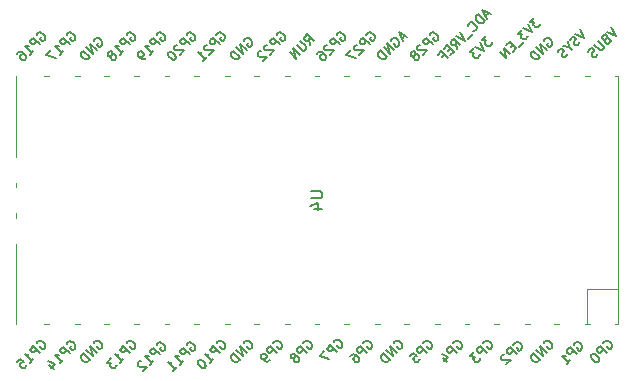
<source format=gbr>
%TF.GenerationSoftware,KiCad,Pcbnew,8.0.5*%
%TF.CreationDate,2024-10-27T11:23:10+01:00*%
%TF.ProjectId,hpdl display,6870646c-2064-4697-9370-6c61792e6b69,rev?*%
%TF.SameCoordinates,Original*%
%TF.FileFunction,Legend,Bot*%
%TF.FilePolarity,Positive*%
%FSLAX46Y46*%
G04 Gerber Fmt 4.6, Leading zero omitted, Abs format (unit mm)*
G04 Created by KiCad (PCBNEW 8.0.5) date 2024-10-27 11:23:10*
%MOMM*%
%LPD*%
G01*
G04 APERTURE LIST*
%ADD10C,0.150000*%
%ADD11C,0.120000*%
G04 APERTURE END LIST*
D10*
X157324819Y-87348095D02*
X158134342Y-87348095D01*
X158134342Y-87348095D02*
X158229580Y-87395714D01*
X158229580Y-87395714D02*
X158277200Y-87443333D01*
X158277200Y-87443333D02*
X158324819Y-87538571D01*
X158324819Y-87538571D02*
X158324819Y-87729047D01*
X158324819Y-87729047D02*
X158277200Y-87824285D01*
X158277200Y-87824285D02*
X158229580Y-87871904D01*
X158229580Y-87871904D02*
X158134342Y-87919523D01*
X158134342Y-87919523D02*
X157324819Y-87919523D01*
X157658152Y-88824285D02*
X158324819Y-88824285D01*
X157277200Y-88586190D02*
X157991485Y-88348095D01*
X157991485Y-88348095D02*
X157991485Y-88967142D01*
X161801494Y-100223372D02*
X161828431Y-100142560D01*
X161828431Y-100142560D02*
X161909243Y-100061748D01*
X161909243Y-100061748D02*
X162016993Y-100007873D01*
X162016993Y-100007873D02*
X162124742Y-100007873D01*
X162124742Y-100007873D02*
X162205555Y-100034810D01*
X162205555Y-100034810D02*
X162340242Y-100115623D01*
X162340242Y-100115623D02*
X162421054Y-100196435D01*
X162421054Y-100196435D02*
X162501866Y-100331122D01*
X162501866Y-100331122D02*
X162528803Y-100411934D01*
X162528803Y-100411934D02*
X162528803Y-100519684D01*
X162528803Y-100519684D02*
X162474929Y-100627433D01*
X162474929Y-100627433D02*
X162421054Y-100681308D01*
X162421054Y-100681308D02*
X162313304Y-100735183D01*
X162313304Y-100735183D02*
X162259429Y-100735183D01*
X162259429Y-100735183D02*
X162070868Y-100546621D01*
X162070868Y-100546621D02*
X162178617Y-100438871D01*
X162070868Y-101031494D02*
X161505182Y-100465809D01*
X161505182Y-100465809D02*
X161289683Y-100681308D01*
X161289683Y-100681308D02*
X161262746Y-100762120D01*
X161262746Y-100762120D02*
X161262746Y-100815995D01*
X161262746Y-100815995D02*
X161289683Y-100896807D01*
X161289683Y-100896807D02*
X161370495Y-100977619D01*
X161370495Y-100977619D02*
X161451307Y-101004557D01*
X161451307Y-101004557D02*
X161505182Y-101004557D01*
X161505182Y-101004557D02*
X161585994Y-100977619D01*
X161585994Y-100977619D02*
X161801494Y-100762120D01*
X160697060Y-101273931D02*
X160804810Y-101166181D01*
X160804810Y-101166181D02*
X160885622Y-101139244D01*
X160885622Y-101139244D02*
X160939497Y-101139244D01*
X160939497Y-101139244D02*
X161074184Y-101166181D01*
X161074184Y-101166181D02*
X161208871Y-101246993D01*
X161208871Y-101246993D02*
X161424370Y-101462493D01*
X161424370Y-101462493D02*
X161451307Y-101543305D01*
X161451307Y-101543305D02*
X161451307Y-101597180D01*
X161451307Y-101597180D02*
X161424370Y-101677992D01*
X161424370Y-101677992D02*
X161316620Y-101785741D01*
X161316620Y-101785741D02*
X161235808Y-101812679D01*
X161235808Y-101812679D02*
X161181933Y-101812679D01*
X161181933Y-101812679D02*
X161101121Y-101785741D01*
X161101121Y-101785741D02*
X160966434Y-101651054D01*
X160966434Y-101651054D02*
X160939497Y-101570242D01*
X160939497Y-101570242D02*
X160939497Y-101516367D01*
X160939497Y-101516367D02*
X160966434Y-101435555D01*
X160966434Y-101435555D02*
X161074184Y-101327806D01*
X161074184Y-101327806D02*
X161154996Y-101300868D01*
X161154996Y-101300868D02*
X161208871Y-101300868D01*
X161208871Y-101300868D02*
X161289683Y-101327806D01*
X151668431Y-74596435D02*
X151695368Y-74515623D01*
X151695368Y-74515623D02*
X151776180Y-74434811D01*
X151776180Y-74434811D02*
X151883930Y-74380936D01*
X151883930Y-74380936D02*
X151991680Y-74380936D01*
X151991680Y-74380936D02*
X152072492Y-74407873D01*
X152072492Y-74407873D02*
X152207179Y-74488685D01*
X152207179Y-74488685D02*
X152287991Y-74569498D01*
X152287991Y-74569498D02*
X152368803Y-74704185D01*
X152368803Y-74704185D02*
X152395741Y-74784997D01*
X152395741Y-74784997D02*
X152395741Y-74892746D01*
X152395741Y-74892746D02*
X152341866Y-75000496D01*
X152341866Y-75000496D02*
X152287991Y-75054371D01*
X152287991Y-75054371D02*
X152180241Y-75108246D01*
X152180241Y-75108246D02*
X152126367Y-75108246D01*
X152126367Y-75108246D02*
X151937805Y-74919684D01*
X151937805Y-74919684D02*
X152045554Y-74811934D01*
X151937805Y-75404557D02*
X151372119Y-74838872D01*
X151372119Y-74838872D02*
X151614556Y-75727806D01*
X151614556Y-75727806D02*
X151048871Y-75162120D01*
X151345182Y-75997180D02*
X150779497Y-75431494D01*
X150779497Y-75431494D02*
X150644810Y-75566181D01*
X150644810Y-75566181D02*
X150590935Y-75673931D01*
X150590935Y-75673931D02*
X150590935Y-75781680D01*
X150590935Y-75781680D02*
X150617872Y-75862493D01*
X150617872Y-75862493D02*
X150698685Y-75997180D01*
X150698685Y-75997180D02*
X150779497Y-76077992D01*
X150779497Y-76077992D02*
X150914184Y-76158804D01*
X150914184Y-76158804D02*
X150994996Y-76185741D01*
X150994996Y-76185741D02*
X151102746Y-76185741D01*
X151102746Y-76185741D02*
X151210495Y-76131867D01*
X151210495Y-76131867D02*
X151345182Y-75997180D01*
X134130868Y-74099998D02*
X134157805Y-74019185D01*
X134157805Y-74019185D02*
X134238618Y-73938373D01*
X134238618Y-73938373D02*
X134346367Y-73884498D01*
X134346367Y-73884498D02*
X134454117Y-73884498D01*
X134454117Y-73884498D02*
X134534929Y-73911436D01*
X134534929Y-73911436D02*
X134669616Y-73992248D01*
X134669616Y-73992248D02*
X134750428Y-74073060D01*
X134750428Y-74073060D02*
X134831241Y-74207747D01*
X134831241Y-74207747D02*
X134858178Y-74288560D01*
X134858178Y-74288560D02*
X134858178Y-74396309D01*
X134858178Y-74396309D02*
X134804303Y-74504059D01*
X134804303Y-74504059D02*
X134750428Y-74557934D01*
X134750428Y-74557934D02*
X134642679Y-74611808D01*
X134642679Y-74611808D02*
X134588804Y-74611808D01*
X134588804Y-74611808D02*
X134400242Y-74423247D01*
X134400242Y-74423247D02*
X134507992Y-74315497D01*
X134400242Y-74908120D02*
X133834557Y-74342434D01*
X133834557Y-74342434D02*
X133619057Y-74557934D01*
X133619057Y-74557934D02*
X133592120Y-74638746D01*
X133592120Y-74638746D02*
X133592120Y-74692621D01*
X133592120Y-74692621D02*
X133619057Y-74773433D01*
X133619057Y-74773433D02*
X133699870Y-74854245D01*
X133699870Y-74854245D02*
X133780682Y-74881182D01*
X133780682Y-74881182D02*
X133834557Y-74881182D01*
X133834557Y-74881182D02*
X133915369Y-74854245D01*
X133915369Y-74854245D02*
X134130868Y-74638746D01*
X133538245Y-75770117D02*
X133861494Y-75446868D01*
X133699870Y-75608492D02*
X133134184Y-75042807D01*
X133134184Y-75042807D02*
X133268871Y-75069744D01*
X133268871Y-75069744D02*
X133376621Y-75069744D01*
X133376621Y-75069744D02*
X133457433Y-75042807D01*
X132487686Y-75689305D02*
X132595436Y-75581555D01*
X132595436Y-75581555D02*
X132676248Y-75554618D01*
X132676248Y-75554618D02*
X132730123Y-75554618D01*
X132730123Y-75554618D02*
X132864810Y-75581555D01*
X132864810Y-75581555D02*
X132999497Y-75662367D01*
X132999497Y-75662367D02*
X133214996Y-75877866D01*
X133214996Y-75877866D02*
X133241934Y-75958679D01*
X133241934Y-75958679D02*
X133241934Y-76012553D01*
X133241934Y-76012553D02*
X133214996Y-76093366D01*
X133214996Y-76093366D02*
X133107247Y-76201115D01*
X133107247Y-76201115D02*
X133026434Y-76228053D01*
X133026434Y-76228053D02*
X132972560Y-76228053D01*
X132972560Y-76228053D02*
X132891747Y-76201115D01*
X132891747Y-76201115D02*
X132757060Y-76066428D01*
X132757060Y-76066428D02*
X132730123Y-75985616D01*
X132730123Y-75985616D02*
X132730123Y-75931741D01*
X132730123Y-75931741D02*
X132757060Y-75850929D01*
X132757060Y-75850929D02*
X132864810Y-75743179D01*
X132864810Y-75743179D02*
X132945622Y-75716242D01*
X132945622Y-75716242D02*
X132999497Y-75716242D01*
X132999497Y-75716242D02*
X133080309Y-75743179D01*
X136670868Y-74099998D02*
X136697805Y-74019185D01*
X136697805Y-74019185D02*
X136778618Y-73938373D01*
X136778618Y-73938373D02*
X136886367Y-73884498D01*
X136886367Y-73884498D02*
X136994117Y-73884498D01*
X136994117Y-73884498D02*
X137074929Y-73911436D01*
X137074929Y-73911436D02*
X137209616Y-73992248D01*
X137209616Y-73992248D02*
X137290428Y-74073060D01*
X137290428Y-74073060D02*
X137371241Y-74207747D01*
X137371241Y-74207747D02*
X137398178Y-74288560D01*
X137398178Y-74288560D02*
X137398178Y-74396309D01*
X137398178Y-74396309D02*
X137344303Y-74504059D01*
X137344303Y-74504059D02*
X137290428Y-74557934D01*
X137290428Y-74557934D02*
X137182679Y-74611808D01*
X137182679Y-74611808D02*
X137128804Y-74611808D01*
X137128804Y-74611808D02*
X136940242Y-74423247D01*
X136940242Y-74423247D02*
X137047992Y-74315497D01*
X136940242Y-74908120D02*
X136374557Y-74342434D01*
X136374557Y-74342434D02*
X136159057Y-74557934D01*
X136159057Y-74557934D02*
X136132120Y-74638746D01*
X136132120Y-74638746D02*
X136132120Y-74692621D01*
X136132120Y-74692621D02*
X136159057Y-74773433D01*
X136159057Y-74773433D02*
X136239870Y-74854245D01*
X136239870Y-74854245D02*
X136320682Y-74881182D01*
X136320682Y-74881182D02*
X136374557Y-74881182D01*
X136374557Y-74881182D02*
X136455369Y-74854245D01*
X136455369Y-74854245D02*
X136670868Y-74638746D01*
X136078245Y-75770117D02*
X136401494Y-75446868D01*
X136239870Y-75608492D02*
X135674184Y-75042807D01*
X135674184Y-75042807D02*
X135808871Y-75069744D01*
X135808871Y-75069744D02*
X135916621Y-75069744D01*
X135916621Y-75069744D02*
X135997433Y-75042807D01*
X135323998Y-75392993D02*
X134946874Y-75770117D01*
X134946874Y-75770117D02*
X135754996Y-76093366D01*
X149360868Y-74099998D02*
X149387805Y-74019185D01*
X149387805Y-74019185D02*
X149468618Y-73938373D01*
X149468618Y-73938373D02*
X149576367Y-73884498D01*
X149576367Y-73884498D02*
X149684117Y-73884498D01*
X149684117Y-73884498D02*
X149764929Y-73911436D01*
X149764929Y-73911436D02*
X149899616Y-73992248D01*
X149899616Y-73992248D02*
X149980428Y-74073060D01*
X149980428Y-74073060D02*
X150061241Y-74207747D01*
X150061241Y-74207747D02*
X150088178Y-74288560D01*
X150088178Y-74288560D02*
X150088178Y-74396309D01*
X150088178Y-74396309D02*
X150034303Y-74504059D01*
X150034303Y-74504059D02*
X149980428Y-74557934D01*
X149980428Y-74557934D02*
X149872679Y-74611808D01*
X149872679Y-74611808D02*
X149818804Y-74611808D01*
X149818804Y-74611808D02*
X149630242Y-74423247D01*
X149630242Y-74423247D02*
X149737992Y-74315497D01*
X149630242Y-74908120D02*
X149064557Y-74342434D01*
X149064557Y-74342434D02*
X148849057Y-74557934D01*
X148849057Y-74557934D02*
X148822120Y-74638746D01*
X148822120Y-74638746D02*
X148822120Y-74692621D01*
X148822120Y-74692621D02*
X148849057Y-74773433D01*
X148849057Y-74773433D02*
X148929870Y-74854245D01*
X148929870Y-74854245D02*
X149010682Y-74881182D01*
X149010682Y-74881182D02*
X149064557Y-74881182D01*
X149064557Y-74881182D02*
X149145369Y-74854245D01*
X149145369Y-74854245D02*
X149360868Y-74638746D01*
X148579683Y-74935057D02*
X148525809Y-74935057D01*
X148525809Y-74935057D02*
X148444996Y-74961995D01*
X148444996Y-74961995D02*
X148310309Y-75096682D01*
X148310309Y-75096682D02*
X148283372Y-75177494D01*
X148283372Y-75177494D02*
X148283372Y-75231369D01*
X148283372Y-75231369D02*
X148310309Y-75312181D01*
X148310309Y-75312181D02*
X148364184Y-75366056D01*
X148364184Y-75366056D02*
X148471934Y-75419930D01*
X148471934Y-75419930D02*
X149118431Y-75419930D01*
X149118431Y-75419930D02*
X148768245Y-75770117D01*
X148229497Y-76308865D02*
X148552746Y-75985616D01*
X148391121Y-76147240D02*
X147825436Y-75581555D01*
X147825436Y-75581555D02*
X147960123Y-75608492D01*
X147960123Y-75608492D02*
X148067873Y-75608492D01*
X148067873Y-75608492D02*
X148148685Y-75581555D01*
X164368431Y-100196435D02*
X164395368Y-100115623D01*
X164395368Y-100115623D02*
X164476180Y-100034811D01*
X164476180Y-100034811D02*
X164583930Y-99980936D01*
X164583930Y-99980936D02*
X164691680Y-99980936D01*
X164691680Y-99980936D02*
X164772492Y-100007873D01*
X164772492Y-100007873D02*
X164907179Y-100088685D01*
X164907179Y-100088685D02*
X164987991Y-100169498D01*
X164987991Y-100169498D02*
X165068803Y-100304185D01*
X165068803Y-100304185D02*
X165095741Y-100384997D01*
X165095741Y-100384997D02*
X165095741Y-100492746D01*
X165095741Y-100492746D02*
X165041866Y-100600496D01*
X165041866Y-100600496D02*
X164987991Y-100654371D01*
X164987991Y-100654371D02*
X164880241Y-100708246D01*
X164880241Y-100708246D02*
X164826367Y-100708246D01*
X164826367Y-100708246D02*
X164637805Y-100519684D01*
X164637805Y-100519684D02*
X164745554Y-100411934D01*
X164637805Y-101004557D02*
X164072119Y-100438872D01*
X164072119Y-100438872D02*
X164314556Y-101327806D01*
X164314556Y-101327806D02*
X163748871Y-100762120D01*
X164045182Y-101597180D02*
X163479497Y-101031494D01*
X163479497Y-101031494D02*
X163344810Y-101166181D01*
X163344810Y-101166181D02*
X163290935Y-101273931D01*
X163290935Y-101273931D02*
X163290935Y-101381680D01*
X163290935Y-101381680D02*
X163317872Y-101462493D01*
X163317872Y-101462493D02*
X163398685Y-101597180D01*
X163398685Y-101597180D02*
X163479497Y-101677992D01*
X163479497Y-101677992D02*
X163614184Y-101758804D01*
X163614184Y-101758804D02*
X163694996Y-101785741D01*
X163694996Y-101785741D02*
X163802746Y-101785741D01*
X163802746Y-101785741D02*
X163910495Y-101731867D01*
X163910495Y-101731867D02*
X164045182Y-101597180D01*
X171961494Y-100223372D02*
X171988431Y-100142560D01*
X171988431Y-100142560D02*
X172069243Y-100061748D01*
X172069243Y-100061748D02*
X172176993Y-100007873D01*
X172176993Y-100007873D02*
X172284742Y-100007873D01*
X172284742Y-100007873D02*
X172365555Y-100034810D01*
X172365555Y-100034810D02*
X172500242Y-100115623D01*
X172500242Y-100115623D02*
X172581054Y-100196435D01*
X172581054Y-100196435D02*
X172661866Y-100331122D01*
X172661866Y-100331122D02*
X172688803Y-100411934D01*
X172688803Y-100411934D02*
X172688803Y-100519684D01*
X172688803Y-100519684D02*
X172634929Y-100627433D01*
X172634929Y-100627433D02*
X172581054Y-100681308D01*
X172581054Y-100681308D02*
X172473304Y-100735183D01*
X172473304Y-100735183D02*
X172419429Y-100735183D01*
X172419429Y-100735183D02*
X172230868Y-100546621D01*
X172230868Y-100546621D02*
X172338617Y-100438871D01*
X172230868Y-101031494D02*
X171665182Y-100465809D01*
X171665182Y-100465809D02*
X171449683Y-100681308D01*
X171449683Y-100681308D02*
X171422746Y-100762120D01*
X171422746Y-100762120D02*
X171422746Y-100815995D01*
X171422746Y-100815995D02*
X171449683Y-100896807D01*
X171449683Y-100896807D02*
X171530495Y-100977619D01*
X171530495Y-100977619D02*
X171611307Y-101004557D01*
X171611307Y-101004557D02*
X171665182Y-101004557D01*
X171665182Y-101004557D02*
X171745994Y-100977619D01*
X171745994Y-100977619D02*
X171961494Y-100762120D01*
X171153372Y-100977619D02*
X170803185Y-101327806D01*
X170803185Y-101327806D02*
X171207246Y-101354743D01*
X171207246Y-101354743D02*
X171126434Y-101435555D01*
X171126434Y-101435555D02*
X171099497Y-101516367D01*
X171099497Y-101516367D02*
X171099497Y-101570242D01*
X171099497Y-101570242D02*
X171126434Y-101651054D01*
X171126434Y-101651054D02*
X171261121Y-101785741D01*
X171261121Y-101785741D02*
X171341933Y-101812679D01*
X171341933Y-101812679D02*
X171395808Y-101812679D01*
X171395808Y-101812679D02*
X171476620Y-101785741D01*
X171476620Y-101785741D02*
X171638245Y-101624117D01*
X171638245Y-101624117D02*
X171665182Y-101543305D01*
X171665182Y-101543305D02*
X171665182Y-101489430D01*
X162060868Y-74099998D02*
X162087805Y-74019185D01*
X162087805Y-74019185D02*
X162168618Y-73938373D01*
X162168618Y-73938373D02*
X162276367Y-73884498D01*
X162276367Y-73884498D02*
X162384117Y-73884498D01*
X162384117Y-73884498D02*
X162464929Y-73911436D01*
X162464929Y-73911436D02*
X162599616Y-73992248D01*
X162599616Y-73992248D02*
X162680428Y-74073060D01*
X162680428Y-74073060D02*
X162761241Y-74207747D01*
X162761241Y-74207747D02*
X162788178Y-74288560D01*
X162788178Y-74288560D02*
X162788178Y-74396309D01*
X162788178Y-74396309D02*
X162734303Y-74504059D01*
X162734303Y-74504059D02*
X162680428Y-74557934D01*
X162680428Y-74557934D02*
X162572679Y-74611808D01*
X162572679Y-74611808D02*
X162518804Y-74611808D01*
X162518804Y-74611808D02*
X162330242Y-74423247D01*
X162330242Y-74423247D02*
X162437992Y-74315497D01*
X162330242Y-74908120D02*
X161764557Y-74342434D01*
X161764557Y-74342434D02*
X161549057Y-74557934D01*
X161549057Y-74557934D02*
X161522120Y-74638746D01*
X161522120Y-74638746D02*
X161522120Y-74692621D01*
X161522120Y-74692621D02*
X161549057Y-74773433D01*
X161549057Y-74773433D02*
X161629870Y-74854245D01*
X161629870Y-74854245D02*
X161710682Y-74881182D01*
X161710682Y-74881182D02*
X161764557Y-74881182D01*
X161764557Y-74881182D02*
X161845369Y-74854245D01*
X161845369Y-74854245D02*
X162060868Y-74638746D01*
X161279683Y-74935057D02*
X161225809Y-74935057D01*
X161225809Y-74935057D02*
X161144996Y-74961995D01*
X161144996Y-74961995D02*
X161010309Y-75096682D01*
X161010309Y-75096682D02*
X160983372Y-75177494D01*
X160983372Y-75177494D02*
X160983372Y-75231369D01*
X160983372Y-75231369D02*
X161010309Y-75312181D01*
X161010309Y-75312181D02*
X161064184Y-75366056D01*
X161064184Y-75366056D02*
X161171934Y-75419930D01*
X161171934Y-75419930D02*
X161818431Y-75419930D01*
X161818431Y-75419930D02*
X161468245Y-75770117D01*
X160713998Y-75392993D02*
X160336874Y-75770117D01*
X160336874Y-75770117D02*
X161144996Y-76093366D01*
X141750868Y-100207998D02*
X141777805Y-100127185D01*
X141777805Y-100127185D02*
X141858618Y-100046373D01*
X141858618Y-100046373D02*
X141966367Y-99992498D01*
X141966367Y-99992498D02*
X142074117Y-99992498D01*
X142074117Y-99992498D02*
X142154929Y-100019436D01*
X142154929Y-100019436D02*
X142289616Y-100100248D01*
X142289616Y-100100248D02*
X142370428Y-100181060D01*
X142370428Y-100181060D02*
X142451241Y-100315747D01*
X142451241Y-100315747D02*
X142478178Y-100396560D01*
X142478178Y-100396560D02*
X142478178Y-100504309D01*
X142478178Y-100504309D02*
X142424303Y-100612059D01*
X142424303Y-100612059D02*
X142370428Y-100665934D01*
X142370428Y-100665934D02*
X142262679Y-100719808D01*
X142262679Y-100719808D02*
X142208804Y-100719808D01*
X142208804Y-100719808D02*
X142020242Y-100531247D01*
X142020242Y-100531247D02*
X142127992Y-100423497D01*
X142020242Y-101016120D02*
X141454557Y-100450434D01*
X141454557Y-100450434D02*
X141239057Y-100665934D01*
X141239057Y-100665934D02*
X141212120Y-100746746D01*
X141212120Y-100746746D02*
X141212120Y-100800621D01*
X141212120Y-100800621D02*
X141239057Y-100881433D01*
X141239057Y-100881433D02*
X141319870Y-100962245D01*
X141319870Y-100962245D02*
X141400682Y-100989182D01*
X141400682Y-100989182D02*
X141454557Y-100989182D01*
X141454557Y-100989182D02*
X141535369Y-100962245D01*
X141535369Y-100962245D02*
X141750868Y-100746746D01*
X141158245Y-101878117D02*
X141481494Y-101554868D01*
X141319870Y-101716492D02*
X140754184Y-101150807D01*
X140754184Y-101150807D02*
X140888871Y-101177744D01*
X140888871Y-101177744D02*
X140996621Y-101177744D01*
X140996621Y-101177744D02*
X141077433Y-101150807D01*
X140403998Y-101500993D02*
X140053812Y-101851179D01*
X140053812Y-101851179D02*
X140457873Y-101878117D01*
X140457873Y-101878117D02*
X140377060Y-101958929D01*
X140377060Y-101958929D02*
X140350123Y-102039741D01*
X140350123Y-102039741D02*
X140350123Y-102093616D01*
X140350123Y-102093616D02*
X140377060Y-102174428D01*
X140377060Y-102174428D02*
X140511747Y-102309115D01*
X140511747Y-102309115D02*
X140592560Y-102336053D01*
X140592560Y-102336053D02*
X140646434Y-102336053D01*
X140646434Y-102336053D02*
X140727247Y-102309115D01*
X140727247Y-102309115D02*
X140888871Y-102147491D01*
X140888871Y-102147491D02*
X140915808Y-102066679D01*
X140915808Y-102066679D02*
X140915808Y-102012804D01*
X154450868Y-74099998D02*
X154477805Y-74019185D01*
X154477805Y-74019185D02*
X154558618Y-73938373D01*
X154558618Y-73938373D02*
X154666367Y-73884498D01*
X154666367Y-73884498D02*
X154774117Y-73884498D01*
X154774117Y-73884498D02*
X154854929Y-73911436D01*
X154854929Y-73911436D02*
X154989616Y-73992248D01*
X154989616Y-73992248D02*
X155070428Y-74073060D01*
X155070428Y-74073060D02*
X155151241Y-74207747D01*
X155151241Y-74207747D02*
X155178178Y-74288560D01*
X155178178Y-74288560D02*
X155178178Y-74396309D01*
X155178178Y-74396309D02*
X155124303Y-74504059D01*
X155124303Y-74504059D02*
X155070428Y-74557934D01*
X155070428Y-74557934D02*
X154962679Y-74611808D01*
X154962679Y-74611808D02*
X154908804Y-74611808D01*
X154908804Y-74611808D02*
X154720242Y-74423247D01*
X154720242Y-74423247D02*
X154827992Y-74315497D01*
X154720242Y-74908120D02*
X154154557Y-74342434D01*
X154154557Y-74342434D02*
X153939057Y-74557934D01*
X153939057Y-74557934D02*
X153912120Y-74638746D01*
X153912120Y-74638746D02*
X153912120Y-74692621D01*
X153912120Y-74692621D02*
X153939057Y-74773433D01*
X153939057Y-74773433D02*
X154019870Y-74854245D01*
X154019870Y-74854245D02*
X154100682Y-74881182D01*
X154100682Y-74881182D02*
X154154557Y-74881182D01*
X154154557Y-74881182D02*
X154235369Y-74854245D01*
X154235369Y-74854245D02*
X154450868Y-74638746D01*
X153669683Y-74935057D02*
X153615809Y-74935057D01*
X153615809Y-74935057D02*
X153534996Y-74961995D01*
X153534996Y-74961995D02*
X153400309Y-75096682D01*
X153400309Y-75096682D02*
X153373372Y-75177494D01*
X153373372Y-75177494D02*
X153373372Y-75231369D01*
X153373372Y-75231369D02*
X153400309Y-75312181D01*
X153400309Y-75312181D02*
X153454184Y-75366056D01*
X153454184Y-75366056D02*
X153561934Y-75419930D01*
X153561934Y-75419930D02*
X154208431Y-75419930D01*
X154208431Y-75419930D02*
X153858245Y-75770117D01*
X153130935Y-75473805D02*
X153077060Y-75473805D01*
X153077060Y-75473805D02*
X152996248Y-75500743D01*
X152996248Y-75500743D02*
X152861561Y-75635430D01*
X152861561Y-75635430D02*
X152834624Y-75716242D01*
X152834624Y-75716242D02*
X152834624Y-75770117D01*
X152834624Y-75770117D02*
X152861561Y-75850929D01*
X152861561Y-75850929D02*
X152915436Y-75904804D01*
X152915436Y-75904804D02*
X153023186Y-75958679D01*
X153023186Y-75958679D02*
X153669683Y-75958679D01*
X153669683Y-75958679D02*
X153319497Y-76308865D01*
X138968431Y-74596435D02*
X138995368Y-74515623D01*
X138995368Y-74515623D02*
X139076180Y-74434811D01*
X139076180Y-74434811D02*
X139183930Y-74380936D01*
X139183930Y-74380936D02*
X139291680Y-74380936D01*
X139291680Y-74380936D02*
X139372492Y-74407873D01*
X139372492Y-74407873D02*
X139507179Y-74488685D01*
X139507179Y-74488685D02*
X139587991Y-74569498D01*
X139587991Y-74569498D02*
X139668803Y-74704185D01*
X139668803Y-74704185D02*
X139695741Y-74784997D01*
X139695741Y-74784997D02*
X139695741Y-74892746D01*
X139695741Y-74892746D02*
X139641866Y-75000496D01*
X139641866Y-75000496D02*
X139587991Y-75054371D01*
X139587991Y-75054371D02*
X139480241Y-75108246D01*
X139480241Y-75108246D02*
X139426367Y-75108246D01*
X139426367Y-75108246D02*
X139237805Y-74919684D01*
X139237805Y-74919684D02*
X139345554Y-74811934D01*
X139237805Y-75404557D02*
X138672119Y-74838872D01*
X138672119Y-74838872D02*
X138914556Y-75727806D01*
X138914556Y-75727806D02*
X138348871Y-75162120D01*
X138645182Y-75997180D02*
X138079497Y-75431494D01*
X138079497Y-75431494D02*
X137944810Y-75566181D01*
X137944810Y-75566181D02*
X137890935Y-75673931D01*
X137890935Y-75673931D02*
X137890935Y-75781680D01*
X137890935Y-75781680D02*
X137917872Y-75862493D01*
X137917872Y-75862493D02*
X137998685Y-75997180D01*
X137998685Y-75997180D02*
X138079497Y-76077992D01*
X138079497Y-76077992D02*
X138214184Y-76158804D01*
X138214184Y-76158804D02*
X138294996Y-76185741D01*
X138294996Y-76185741D02*
X138402746Y-76185741D01*
X138402746Y-76185741D02*
X138510495Y-76131867D01*
X138510495Y-76131867D02*
X138645182Y-75997180D01*
X166881494Y-100223372D02*
X166908431Y-100142560D01*
X166908431Y-100142560D02*
X166989243Y-100061748D01*
X166989243Y-100061748D02*
X167096993Y-100007873D01*
X167096993Y-100007873D02*
X167204742Y-100007873D01*
X167204742Y-100007873D02*
X167285555Y-100034810D01*
X167285555Y-100034810D02*
X167420242Y-100115623D01*
X167420242Y-100115623D02*
X167501054Y-100196435D01*
X167501054Y-100196435D02*
X167581866Y-100331122D01*
X167581866Y-100331122D02*
X167608803Y-100411934D01*
X167608803Y-100411934D02*
X167608803Y-100519684D01*
X167608803Y-100519684D02*
X167554929Y-100627433D01*
X167554929Y-100627433D02*
X167501054Y-100681308D01*
X167501054Y-100681308D02*
X167393304Y-100735183D01*
X167393304Y-100735183D02*
X167339429Y-100735183D01*
X167339429Y-100735183D02*
X167150868Y-100546621D01*
X167150868Y-100546621D02*
X167258617Y-100438871D01*
X167150868Y-101031494D02*
X166585182Y-100465809D01*
X166585182Y-100465809D02*
X166369683Y-100681308D01*
X166369683Y-100681308D02*
X166342746Y-100762120D01*
X166342746Y-100762120D02*
X166342746Y-100815995D01*
X166342746Y-100815995D02*
X166369683Y-100896807D01*
X166369683Y-100896807D02*
X166450495Y-100977619D01*
X166450495Y-100977619D02*
X166531307Y-101004557D01*
X166531307Y-101004557D02*
X166585182Y-101004557D01*
X166585182Y-101004557D02*
X166665994Y-100977619D01*
X166665994Y-100977619D02*
X166881494Y-100762120D01*
X165750123Y-101300868D02*
X166019497Y-101031494D01*
X166019497Y-101031494D02*
X166315808Y-101273931D01*
X166315808Y-101273931D02*
X166261933Y-101273931D01*
X166261933Y-101273931D02*
X166181121Y-101300868D01*
X166181121Y-101300868D02*
X166046434Y-101435555D01*
X166046434Y-101435555D02*
X166019497Y-101516367D01*
X166019497Y-101516367D02*
X166019497Y-101570242D01*
X166019497Y-101570242D02*
X166046434Y-101651054D01*
X166046434Y-101651054D02*
X166181121Y-101785741D01*
X166181121Y-101785741D02*
X166261933Y-101812679D01*
X166261933Y-101812679D02*
X166315808Y-101812679D01*
X166315808Y-101812679D02*
X166396620Y-101785741D01*
X166396620Y-101785741D02*
X166531307Y-101651054D01*
X166531307Y-101651054D02*
X166558245Y-101570242D01*
X166558245Y-101570242D02*
X166558245Y-101516367D01*
X141750868Y-74099998D02*
X141777805Y-74019185D01*
X141777805Y-74019185D02*
X141858618Y-73938373D01*
X141858618Y-73938373D02*
X141966367Y-73884498D01*
X141966367Y-73884498D02*
X142074117Y-73884498D01*
X142074117Y-73884498D02*
X142154929Y-73911436D01*
X142154929Y-73911436D02*
X142289616Y-73992248D01*
X142289616Y-73992248D02*
X142370428Y-74073060D01*
X142370428Y-74073060D02*
X142451241Y-74207747D01*
X142451241Y-74207747D02*
X142478178Y-74288560D01*
X142478178Y-74288560D02*
X142478178Y-74396309D01*
X142478178Y-74396309D02*
X142424303Y-74504059D01*
X142424303Y-74504059D02*
X142370428Y-74557934D01*
X142370428Y-74557934D02*
X142262679Y-74611808D01*
X142262679Y-74611808D02*
X142208804Y-74611808D01*
X142208804Y-74611808D02*
X142020242Y-74423247D01*
X142020242Y-74423247D02*
X142127992Y-74315497D01*
X142020242Y-74908120D02*
X141454557Y-74342434D01*
X141454557Y-74342434D02*
X141239057Y-74557934D01*
X141239057Y-74557934D02*
X141212120Y-74638746D01*
X141212120Y-74638746D02*
X141212120Y-74692621D01*
X141212120Y-74692621D02*
X141239057Y-74773433D01*
X141239057Y-74773433D02*
X141319870Y-74854245D01*
X141319870Y-74854245D02*
X141400682Y-74881182D01*
X141400682Y-74881182D02*
X141454557Y-74881182D01*
X141454557Y-74881182D02*
X141535369Y-74854245D01*
X141535369Y-74854245D02*
X141750868Y-74638746D01*
X141158245Y-75770117D02*
X141481494Y-75446868D01*
X141319870Y-75608492D02*
X140754184Y-75042807D01*
X140754184Y-75042807D02*
X140888871Y-75069744D01*
X140888871Y-75069744D02*
X140996621Y-75069744D01*
X140996621Y-75069744D02*
X141077433Y-75042807D01*
X140511747Y-75770117D02*
X140538685Y-75689305D01*
X140538685Y-75689305D02*
X140538685Y-75635430D01*
X140538685Y-75635430D02*
X140511747Y-75554618D01*
X140511747Y-75554618D02*
X140484810Y-75527680D01*
X140484810Y-75527680D02*
X140403998Y-75500743D01*
X140403998Y-75500743D02*
X140350123Y-75500743D01*
X140350123Y-75500743D02*
X140269311Y-75527680D01*
X140269311Y-75527680D02*
X140161561Y-75635430D01*
X140161561Y-75635430D02*
X140134624Y-75716242D01*
X140134624Y-75716242D02*
X140134624Y-75770117D01*
X140134624Y-75770117D02*
X140161561Y-75850929D01*
X140161561Y-75850929D02*
X140188499Y-75877866D01*
X140188499Y-75877866D02*
X140269311Y-75904804D01*
X140269311Y-75904804D02*
X140323186Y-75904804D01*
X140323186Y-75904804D02*
X140403998Y-75877866D01*
X140403998Y-75877866D02*
X140511747Y-75770117D01*
X140511747Y-75770117D02*
X140592560Y-75743179D01*
X140592560Y-75743179D02*
X140646434Y-75743179D01*
X140646434Y-75743179D02*
X140727247Y-75770117D01*
X140727247Y-75770117D02*
X140834996Y-75877866D01*
X140834996Y-75877866D02*
X140861934Y-75958679D01*
X140861934Y-75958679D02*
X140861934Y-76012553D01*
X140861934Y-76012553D02*
X140834996Y-76093366D01*
X140834996Y-76093366D02*
X140727247Y-76201115D01*
X140727247Y-76201115D02*
X140646434Y-76228053D01*
X140646434Y-76228053D02*
X140592560Y-76228053D01*
X140592560Y-76228053D02*
X140511747Y-76201115D01*
X140511747Y-76201115D02*
X140403998Y-76093366D01*
X140403998Y-76093366D02*
X140377060Y-76012553D01*
X140377060Y-76012553D02*
X140377060Y-75958679D01*
X140377060Y-75958679D02*
X140403998Y-75877866D01*
X177068431Y-100196435D02*
X177095368Y-100115623D01*
X177095368Y-100115623D02*
X177176180Y-100034811D01*
X177176180Y-100034811D02*
X177283930Y-99980936D01*
X177283930Y-99980936D02*
X177391680Y-99980936D01*
X177391680Y-99980936D02*
X177472492Y-100007873D01*
X177472492Y-100007873D02*
X177607179Y-100088685D01*
X177607179Y-100088685D02*
X177687991Y-100169498D01*
X177687991Y-100169498D02*
X177768803Y-100304185D01*
X177768803Y-100304185D02*
X177795741Y-100384997D01*
X177795741Y-100384997D02*
X177795741Y-100492746D01*
X177795741Y-100492746D02*
X177741866Y-100600496D01*
X177741866Y-100600496D02*
X177687991Y-100654371D01*
X177687991Y-100654371D02*
X177580241Y-100708246D01*
X177580241Y-100708246D02*
X177526367Y-100708246D01*
X177526367Y-100708246D02*
X177337805Y-100519684D01*
X177337805Y-100519684D02*
X177445554Y-100411934D01*
X177337805Y-101004557D02*
X176772119Y-100438872D01*
X176772119Y-100438872D02*
X177014556Y-101327806D01*
X177014556Y-101327806D02*
X176448871Y-100762120D01*
X176745182Y-101597180D02*
X176179497Y-101031494D01*
X176179497Y-101031494D02*
X176044810Y-101166181D01*
X176044810Y-101166181D02*
X175990935Y-101273931D01*
X175990935Y-101273931D02*
X175990935Y-101381680D01*
X175990935Y-101381680D02*
X176017872Y-101462493D01*
X176017872Y-101462493D02*
X176098685Y-101597180D01*
X176098685Y-101597180D02*
X176179497Y-101677992D01*
X176179497Y-101677992D02*
X176314184Y-101758804D01*
X176314184Y-101758804D02*
X176394996Y-101785741D01*
X176394996Y-101785741D02*
X176502746Y-101785741D01*
X176502746Y-101785741D02*
X176610495Y-101731867D01*
X176610495Y-101731867D02*
X176745182Y-101597180D01*
X174501494Y-100323372D02*
X174528431Y-100242560D01*
X174528431Y-100242560D02*
X174609243Y-100161748D01*
X174609243Y-100161748D02*
X174716993Y-100107873D01*
X174716993Y-100107873D02*
X174824742Y-100107873D01*
X174824742Y-100107873D02*
X174905555Y-100134810D01*
X174905555Y-100134810D02*
X175040242Y-100215623D01*
X175040242Y-100215623D02*
X175121054Y-100296435D01*
X175121054Y-100296435D02*
X175201866Y-100431122D01*
X175201866Y-100431122D02*
X175228803Y-100511934D01*
X175228803Y-100511934D02*
X175228803Y-100619684D01*
X175228803Y-100619684D02*
X175174929Y-100727433D01*
X175174929Y-100727433D02*
X175121054Y-100781308D01*
X175121054Y-100781308D02*
X175013304Y-100835183D01*
X175013304Y-100835183D02*
X174959429Y-100835183D01*
X174959429Y-100835183D02*
X174770868Y-100646621D01*
X174770868Y-100646621D02*
X174878617Y-100538871D01*
X174770868Y-101131494D02*
X174205182Y-100565809D01*
X174205182Y-100565809D02*
X173989683Y-100781308D01*
X173989683Y-100781308D02*
X173962746Y-100862120D01*
X173962746Y-100862120D02*
X173962746Y-100915995D01*
X173962746Y-100915995D02*
X173989683Y-100996807D01*
X173989683Y-100996807D02*
X174070495Y-101077619D01*
X174070495Y-101077619D02*
X174151307Y-101104557D01*
X174151307Y-101104557D02*
X174205182Y-101104557D01*
X174205182Y-101104557D02*
X174285994Y-101077619D01*
X174285994Y-101077619D02*
X174501494Y-100862120D01*
X173720309Y-101158432D02*
X173666434Y-101158432D01*
X173666434Y-101158432D02*
X173585622Y-101185369D01*
X173585622Y-101185369D02*
X173450935Y-101320056D01*
X173450935Y-101320056D02*
X173423998Y-101400868D01*
X173423998Y-101400868D02*
X173423998Y-101454743D01*
X173423998Y-101454743D02*
X173450935Y-101535555D01*
X173450935Y-101535555D02*
X173504810Y-101589430D01*
X173504810Y-101589430D02*
X173612559Y-101643305D01*
X173612559Y-101643305D02*
X174259057Y-101643305D01*
X174259057Y-101643305D02*
X173908871Y-101993491D01*
X182121494Y-100223372D02*
X182148431Y-100142560D01*
X182148431Y-100142560D02*
X182229243Y-100061748D01*
X182229243Y-100061748D02*
X182336993Y-100007873D01*
X182336993Y-100007873D02*
X182444742Y-100007873D01*
X182444742Y-100007873D02*
X182525555Y-100034810D01*
X182525555Y-100034810D02*
X182660242Y-100115623D01*
X182660242Y-100115623D02*
X182741054Y-100196435D01*
X182741054Y-100196435D02*
X182821866Y-100331122D01*
X182821866Y-100331122D02*
X182848803Y-100411934D01*
X182848803Y-100411934D02*
X182848803Y-100519684D01*
X182848803Y-100519684D02*
X182794929Y-100627433D01*
X182794929Y-100627433D02*
X182741054Y-100681308D01*
X182741054Y-100681308D02*
X182633304Y-100735183D01*
X182633304Y-100735183D02*
X182579429Y-100735183D01*
X182579429Y-100735183D02*
X182390868Y-100546621D01*
X182390868Y-100546621D02*
X182498617Y-100438871D01*
X182390868Y-101031494D02*
X181825182Y-100465809D01*
X181825182Y-100465809D02*
X181609683Y-100681308D01*
X181609683Y-100681308D02*
X181582746Y-100762120D01*
X181582746Y-100762120D02*
X181582746Y-100815995D01*
X181582746Y-100815995D02*
X181609683Y-100896807D01*
X181609683Y-100896807D02*
X181690495Y-100977619D01*
X181690495Y-100977619D02*
X181771307Y-101004557D01*
X181771307Y-101004557D02*
X181825182Y-101004557D01*
X181825182Y-101004557D02*
X181905994Y-100977619D01*
X181905994Y-100977619D02*
X182121494Y-100762120D01*
X181151747Y-101139244D02*
X181097872Y-101193119D01*
X181097872Y-101193119D02*
X181070935Y-101273931D01*
X181070935Y-101273931D02*
X181070935Y-101327806D01*
X181070935Y-101327806D02*
X181097872Y-101408618D01*
X181097872Y-101408618D02*
X181178685Y-101543305D01*
X181178685Y-101543305D02*
X181313372Y-101677992D01*
X181313372Y-101677992D02*
X181448059Y-101758804D01*
X181448059Y-101758804D02*
X181528871Y-101785741D01*
X181528871Y-101785741D02*
X181582746Y-101785741D01*
X181582746Y-101785741D02*
X181663558Y-101758804D01*
X181663558Y-101758804D02*
X181717433Y-101704929D01*
X181717433Y-101704929D02*
X181744370Y-101624117D01*
X181744370Y-101624117D02*
X181744370Y-101570242D01*
X181744370Y-101570242D02*
X181717433Y-101489430D01*
X181717433Y-101489430D02*
X181636620Y-101354743D01*
X181636620Y-101354743D02*
X181501933Y-101220056D01*
X181501933Y-101220056D02*
X181367246Y-101139244D01*
X181367246Y-101139244D02*
X181286434Y-101112306D01*
X181286434Y-101112306D02*
X181232559Y-101112306D01*
X181232559Y-101112306D02*
X181151747Y-101139244D01*
X138968431Y-100196435D02*
X138995368Y-100115623D01*
X138995368Y-100115623D02*
X139076180Y-100034811D01*
X139076180Y-100034811D02*
X139183930Y-99980936D01*
X139183930Y-99980936D02*
X139291680Y-99980936D01*
X139291680Y-99980936D02*
X139372492Y-100007873D01*
X139372492Y-100007873D02*
X139507179Y-100088685D01*
X139507179Y-100088685D02*
X139587991Y-100169498D01*
X139587991Y-100169498D02*
X139668803Y-100304185D01*
X139668803Y-100304185D02*
X139695741Y-100384997D01*
X139695741Y-100384997D02*
X139695741Y-100492746D01*
X139695741Y-100492746D02*
X139641866Y-100600496D01*
X139641866Y-100600496D02*
X139587991Y-100654371D01*
X139587991Y-100654371D02*
X139480241Y-100708246D01*
X139480241Y-100708246D02*
X139426367Y-100708246D01*
X139426367Y-100708246D02*
X139237805Y-100519684D01*
X139237805Y-100519684D02*
X139345554Y-100411934D01*
X139237805Y-101004557D02*
X138672119Y-100438872D01*
X138672119Y-100438872D02*
X138914556Y-101327806D01*
X138914556Y-101327806D02*
X138348871Y-100762120D01*
X138645182Y-101597180D02*
X138079497Y-101031494D01*
X138079497Y-101031494D02*
X137944810Y-101166181D01*
X137944810Y-101166181D02*
X137890935Y-101273931D01*
X137890935Y-101273931D02*
X137890935Y-101381680D01*
X137890935Y-101381680D02*
X137917872Y-101462493D01*
X137917872Y-101462493D02*
X137998685Y-101597180D01*
X137998685Y-101597180D02*
X138079497Y-101677992D01*
X138079497Y-101677992D02*
X138214184Y-101758804D01*
X138214184Y-101758804D02*
X138294996Y-101785741D01*
X138294996Y-101785741D02*
X138402746Y-101785741D01*
X138402746Y-101785741D02*
X138510495Y-101731867D01*
X138510495Y-101731867D02*
X138645182Y-101597180D01*
X169421494Y-100223372D02*
X169448431Y-100142560D01*
X169448431Y-100142560D02*
X169529243Y-100061748D01*
X169529243Y-100061748D02*
X169636993Y-100007873D01*
X169636993Y-100007873D02*
X169744742Y-100007873D01*
X169744742Y-100007873D02*
X169825555Y-100034810D01*
X169825555Y-100034810D02*
X169960242Y-100115623D01*
X169960242Y-100115623D02*
X170041054Y-100196435D01*
X170041054Y-100196435D02*
X170121866Y-100331122D01*
X170121866Y-100331122D02*
X170148803Y-100411934D01*
X170148803Y-100411934D02*
X170148803Y-100519684D01*
X170148803Y-100519684D02*
X170094929Y-100627433D01*
X170094929Y-100627433D02*
X170041054Y-100681308D01*
X170041054Y-100681308D02*
X169933304Y-100735183D01*
X169933304Y-100735183D02*
X169879429Y-100735183D01*
X169879429Y-100735183D02*
X169690868Y-100546621D01*
X169690868Y-100546621D02*
X169798617Y-100438871D01*
X169690868Y-101031494D02*
X169125182Y-100465809D01*
X169125182Y-100465809D02*
X168909683Y-100681308D01*
X168909683Y-100681308D02*
X168882746Y-100762120D01*
X168882746Y-100762120D02*
X168882746Y-100815995D01*
X168882746Y-100815995D02*
X168909683Y-100896807D01*
X168909683Y-100896807D02*
X168990495Y-100977619D01*
X168990495Y-100977619D02*
X169071307Y-101004557D01*
X169071307Y-101004557D02*
X169125182Y-101004557D01*
X169125182Y-101004557D02*
X169205994Y-100977619D01*
X169205994Y-100977619D02*
X169421494Y-100762120D01*
X168505622Y-101462493D02*
X168882746Y-101839616D01*
X168424810Y-101112306D02*
X168963558Y-101381680D01*
X168963558Y-101381680D02*
X168613372Y-101731867D01*
X144290868Y-100353998D02*
X144317805Y-100273185D01*
X144317805Y-100273185D02*
X144398618Y-100192373D01*
X144398618Y-100192373D02*
X144506367Y-100138498D01*
X144506367Y-100138498D02*
X144614117Y-100138498D01*
X144614117Y-100138498D02*
X144694929Y-100165436D01*
X144694929Y-100165436D02*
X144829616Y-100246248D01*
X144829616Y-100246248D02*
X144910428Y-100327060D01*
X144910428Y-100327060D02*
X144991241Y-100461747D01*
X144991241Y-100461747D02*
X145018178Y-100542560D01*
X145018178Y-100542560D02*
X145018178Y-100650309D01*
X145018178Y-100650309D02*
X144964303Y-100758059D01*
X144964303Y-100758059D02*
X144910428Y-100811934D01*
X144910428Y-100811934D02*
X144802679Y-100865808D01*
X144802679Y-100865808D02*
X144748804Y-100865808D01*
X144748804Y-100865808D02*
X144560242Y-100677247D01*
X144560242Y-100677247D02*
X144667992Y-100569497D01*
X144560242Y-101162120D02*
X143994557Y-100596434D01*
X143994557Y-100596434D02*
X143779057Y-100811934D01*
X143779057Y-100811934D02*
X143752120Y-100892746D01*
X143752120Y-100892746D02*
X143752120Y-100946621D01*
X143752120Y-100946621D02*
X143779057Y-101027433D01*
X143779057Y-101027433D02*
X143859870Y-101108245D01*
X143859870Y-101108245D02*
X143940682Y-101135182D01*
X143940682Y-101135182D02*
X143994557Y-101135182D01*
X143994557Y-101135182D02*
X144075369Y-101108245D01*
X144075369Y-101108245D02*
X144290868Y-100892746D01*
X143698245Y-102024117D02*
X144021494Y-101700868D01*
X143859870Y-101862492D02*
X143294184Y-101296807D01*
X143294184Y-101296807D02*
X143428871Y-101323744D01*
X143428871Y-101323744D02*
X143536621Y-101323744D01*
X143536621Y-101323744D02*
X143617433Y-101296807D01*
X142970935Y-101727805D02*
X142917060Y-101727805D01*
X142917060Y-101727805D02*
X142836248Y-101754743D01*
X142836248Y-101754743D02*
X142701561Y-101889430D01*
X142701561Y-101889430D02*
X142674624Y-101970242D01*
X142674624Y-101970242D02*
X142674624Y-102024117D01*
X142674624Y-102024117D02*
X142701561Y-102104929D01*
X142701561Y-102104929D02*
X142755436Y-102158804D01*
X142755436Y-102158804D02*
X142863186Y-102212679D01*
X142863186Y-102212679D02*
X143509683Y-102212679D01*
X143509683Y-102212679D02*
X143159497Y-102562865D01*
X165311240Y-74153873D02*
X165041866Y-74423247D01*
X165526739Y-74261623D02*
X164772492Y-73884499D01*
X164772492Y-73884499D02*
X165149615Y-74638746D01*
X164125994Y-74584871D02*
X164152932Y-74504059D01*
X164152932Y-74504059D02*
X164233744Y-74423247D01*
X164233744Y-74423247D02*
X164341494Y-74369372D01*
X164341494Y-74369372D02*
X164449243Y-74369372D01*
X164449243Y-74369372D02*
X164530055Y-74396310D01*
X164530055Y-74396310D02*
X164664742Y-74477122D01*
X164664742Y-74477122D02*
X164745555Y-74557934D01*
X164745555Y-74557934D02*
X164826367Y-74692621D01*
X164826367Y-74692621D02*
X164853304Y-74773433D01*
X164853304Y-74773433D02*
X164853304Y-74881183D01*
X164853304Y-74881183D02*
X164799429Y-74988932D01*
X164799429Y-74988932D02*
X164745555Y-75042807D01*
X164745555Y-75042807D02*
X164637805Y-75096682D01*
X164637805Y-75096682D02*
X164583930Y-75096682D01*
X164583930Y-75096682D02*
X164395368Y-74908120D01*
X164395368Y-74908120D02*
X164503118Y-74800371D01*
X164395368Y-75392993D02*
X163829683Y-74827308D01*
X163829683Y-74827308D02*
X164072120Y-75716242D01*
X164072120Y-75716242D02*
X163506434Y-75150557D01*
X163802746Y-75985616D02*
X163237060Y-75419931D01*
X163237060Y-75419931D02*
X163102373Y-75554618D01*
X163102373Y-75554618D02*
X163048498Y-75662367D01*
X163048498Y-75662367D02*
X163048498Y-75770117D01*
X163048498Y-75770117D02*
X163075436Y-75850929D01*
X163075436Y-75850929D02*
X163156248Y-75985616D01*
X163156248Y-75985616D02*
X163237060Y-76066428D01*
X163237060Y-76066428D02*
X163371747Y-76147241D01*
X163371747Y-76147241D02*
X163452560Y-76174178D01*
X163452560Y-76174178D02*
X163560309Y-76174178D01*
X163560309Y-76174178D02*
X163668059Y-76120303D01*
X163668059Y-76120303D02*
X163802746Y-75985616D01*
X157273710Y-74948651D02*
X157192898Y-74490716D01*
X157596959Y-74625403D02*
X157031274Y-74059717D01*
X157031274Y-74059717D02*
X156815775Y-74275216D01*
X156815775Y-74275216D02*
X156788837Y-74356029D01*
X156788837Y-74356029D02*
X156788837Y-74409903D01*
X156788837Y-74409903D02*
X156815775Y-74490716D01*
X156815775Y-74490716D02*
X156896587Y-74571528D01*
X156896587Y-74571528D02*
X156977399Y-74598465D01*
X156977399Y-74598465D02*
X157031274Y-74598465D01*
X157031274Y-74598465D02*
X157112086Y-74571528D01*
X157112086Y-74571528D02*
X157327585Y-74356029D01*
X156465588Y-74625403D02*
X156923524Y-75083338D01*
X156923524Y-75083338D02*
X156950462Y-75164151D01*
X156950462Y-75164151D02*
X156950462Y-75218025D01*
X156950462Y-75218025D02*
X156923524Y-75298838D01*
X156923524Y-75298838D02*
X156815775Y-75406587D01*
X156815775Y-75406587D02*
X156734962Y-75433525D01*
X156734962Y-75433525D02*
X156681088Y-75433525D01*
X156681088Y-75433525D02*
X156600275Y-75406587D01*
X156600275Y-75406587D02*
X156142340Y-74948651D01*
X156438651Y-75783711D02*
X155872966Y-75218025D01*
X155872966Y-75218025D02*
X156115402Y-76106959D01*
X156115402Y-76106959D02*
X155549717Y-75541274D01*
X159530868Y-74099998D02*
X159557805Y-74019185D01*
X159557805Y-74019185D02*
X159638618Y-73938373D01*
X159638618Y-73938373D02*
X159746367Y-73884498D01*
X159746367Y-73884498D02*
X159854117Y-73884498D01*
X159854117Y-73884498D02*
X159934929Y-73911436D01*
X159934929Y-73911436D02*
X160069616Y-73992248D01*
X160069616Y-73992248D02*
X160150428Y-74073060D01*
X160150428Y-74073060D02*
X160231241Y-74207747D01*
X160231241Y-74207747D02*
X160258178Y-74288560D01*
X160258178Y-74288560D02*
X160258178Y-74396309D01*
X160258178Y-74396309D02*
X160204303Y-74504059D01*
X160204303Y-74504059D02*
X160150428Y-74557934D01*
X160150428Y-74557934D02*
X160042679Y-74611808D01*
X160042679Y-74611808D02*
X159988804Y-74611808D01*
X159988804Y-74611808D02*
X159800242Y-74423247D01*
X159800242Y-74423247D02*
X159907992Y-74315497D01*
X159800242Y-74908120D02*
X159234557Y-74342434D01*
X159234557Y-74342434D02*
X159019057Y-74557934D01*
X159019057Y-74557934D02*
X158992120Y-74638746D01*
X158992120Y-74638746D02*
X158992120Y-74692621D01*
X158992120Y-74692621D02*
X159019057Y-74773433D01*
X159019057Y-74773433D02*
X159099870Y-74854245D01*
X159099870Y-74854245D02*
X159180682Y-74881182D01*
X159180682Y-74881182D02*
X159234557Y-74881182D01*
X159234557Y-74881182D02*
X159315369Y-74854245D01*
X159315369Y-74854245D02*
X159530868Y-74638746D01*
X158749683Y-74935057D02*
X158695809Y-74935057D01*
X158695809Y-74935057D02*
X158614996Y-74961995D01*
X158614996Y-74961995D02*
X158480309Y-75096682D01*
X158480309Y-75096682D02*
X158453372Y-75177494D01*
X158453372Y-75177494D02*
X158453372Y-75231369D01*
X158453372Y-75231369D02*
X158480309Y-75312181D01*
X158480309Y-75312181D02*
X158534184Y-75366056D01*
X158534184Y-75366056D02*
X158641934Y-75419930D01*
X158641934Y-75419930D02*
X159288431Y-75419930D01*
X159288431Y-75419930D02*
X158938245Y-75770117D01*
X157887686Y-75689305D02*
X157995436Y-75581555D01*
X157995436Y-75581555D02*
X158076248Y-75554618D01*
X158076248Y-75554618D02*
X158130123Y-75554618D01*
X158130123Y-75554618D02*
X158264810Y-75581555D01*
X158264810Y-75581555D02*
X158399497Y-75662367D01*
X158399497Y-75662367D02*
X158614996Y-75877866D01*
X158614996Y-75877866D02*
X158641934Y-75958679D01*
X158641934Y-75958679D02*
X158641934Y-76012553D01*
X158641934Y-76012553D02*
X158614996Y-76093366D01*
X158614996Y-76093366D02*
X158507247Y-76201115D01*
X158507247Y-76201115D02*
X158426434Y-76228053D01*
X158426434Y-76228053D02*
X158372560Y-76228053D01*
X158372560Y-76228053D02*
X158291747Y-76201115D01*
X158291747Y-76201115D02*
X158157060Y-76066428D01*
X158157060Y-76066428D02*
X158130123Y-75985616D01*
X158130123Y-75985616D02*
X158130123Y-75931741D01*
X158130123Y-75931741D02*
X158157060Y-75850929D01*
X158157060Y-75850929D02*
X158264810Y-75743179D01*
X158264810Y-75743179D02*
X158345622Y-75716242D01*
X158345622Y-75716242D02*
X158399497Y-75716242D01*
X158399497Y-75716242D02*
X158480309Y-75743179D01*
X177068431Y-74596435D02*
X177095368Y-74515623D01*
X177095368Y-74515623D02*
X177176180Y-74434811D01*
X177176180Y-74434811D02*
X177283930Y-74380936D01*
X177283930Y-74380936D02*
X177391680Y-74380936D01*
X177391680Y-74380936D02*
X177472492Y-74407873D01*
X177472492Y-74407873D02*
X177607179Y-74488685D01*
X177607179Y-74488685D02*
X177687991Y-74569498D01*
X177687991Y-74569498D02*
X177768803Y-74704185D01*
X177768803Y-74704185D02*
X177795741Y-74784997D01*
X177795741Y-74784997D02*
X177795741Y-74892746D01*
X177795741Y-74892746D02*
X177741866Y-75000496D01*
X177741866Y-75000496D02*
X177687991Y-75054371D01*
X177687991Y-75054371D02*
X177580241Y-75108246D01*
X177580241Y-75108246D02*
X177526367Y-75108246D01*
X177526367Y-75108246D02*
X177337805Y-74919684D01*
X177337805Y-74919684D02*
X177445554Y-74811934D01*
X177337805Y-75404557D02*
X176772119Y-74838872D01*
X176772119Y-74838872D02*
X177014556Y-75727806D01*
X177014556Y-75727806D02*
X176448871Y-75162120D01*
X176745182Y-75997180D02*
X176179497Y-75431494D01*
X176179497Y-75431494D02*
X176044810Y-75566181D01*
X176044810Y-75566181D02*
X175990935Y-75673931D01*
X175990935Y-75673931D02*
X175990935Y-75781680D01*
X175990935Y-75781680D02*
X176017872Y-75862493D01*
X176017872Y-75862493D02*
X176098685Y-75997180D01*
X176098685Y-75997180D02*
X176179497Y-76077992D01*
X176179497Y-76077992D02*
X176314184Y-76158804D01*
X176314184Y-76158804D02*
X176394996Y-76185741D01*
X176394996Y-76185741D02*
X176502746Y-76185741D01*
X176502746Y-76185741D02*
X176610495Y-76131867D01*
X176610495Y-76131867D02*
X176745182Y-75997180D01*
X136670868Y-100253998D02*
X136697805Y-100173185D01*
X136697805Y-100173185D02*
X136778618Y-100092373D01*
X136778618Y-100092373D02*
X136886367Y-100038498D01*
X136886367Y-100038498D02*
X136994117Y-100038498D01*
X136994117Y-100038498D02*
X137074929Y-100065436D01*
X137074929Y-100065436D02*
X137209616Y-100146248D01*
X137209616Y-100146248D02*
X137290428Y-100227060D01*
X137290428Y-100227060D02*
X137371241Y-100361747D01*
X137371241Y-100361747D02*
X137398178Y-100442560D01*
X137398178Y-100442560D02*
X137398178Y-100550309D01*
X137398178Y-100550309D02*
X137344303Y-100658059D01*
X137344303Y-100658059D02*
X137290428Y-100711934D01*
X137290428Y-100711934D02*
X137182679Y-100765808D01*
X137182679Y-100765808D02*
X137128804Y-100765808D01*
X137128804Y-100765808D02*
X136940242Y-100577247D01*
X136940242Y-100577247D02*
X137047992Y-100469497D01*
X136940242Y-101062120D02*
X136374557Y-100496434D01*
X136374557Y-100496434D02*
X136159057Y-100711934D01*
X136159057Y-100711934D02*
X136132120Y-100792746D01*
X136132120Y-100792746D02*
X136132120Y-100846621D01*
X136132120Y-100846621D02*
X136159057Y-100927433D01*
X136159057Y-100927433D02*
X136239870Y-101008245D01*
X136239870Y-101008245D02*
X136320682Y-101035182D01*
X136320682Y-101035182D02*
X136374557Y-101035182D01*
X136374557Y-101035182D02*
X136455369Y-101008245D01*
X136455369Y-101008245D02*
X136670868Y-100792746D01*
X136078245Y-101924117D02*
X136401494Y-101600868D01*
X136239870Y-101762492D02*
X135674184Y-101196807D01*
X135674184Y-101196807D02*
X135808871Y-101223744D01*
X135808871Y-101223744D02*
X135916621Y-101223744D01*
X135916621Y-101223744D02*
X135997433Y-101196807D01*
X135216248Y-102031866D02*
X135593372Y-102408990D01*
X135135436Y-101681680D02*
X135674184Y-101951054D01*
X135674184Y-101951054D02*
X135323998Y-102301240D01*
X146830868Y-100353998D02*
X146857805Y-100273185D01*
X146857805Y-100273185D02*
X146938618Y-100192373D01*
X146938618Y-100192373D02*
X147046367Y-100138498D01*
X147046367Y-100138498D02*
X147154117Y-100138498D01*
X147154117Y-100138498D02*
X147234929Y-100165436D01*
X147234929Y-100165436D02*
X147369616Y-100246248D01*
X147369616Y-100246248D02*
X147450428Y-100327060D01*
X147450428Y-100327060D02*
X147531241Y-100461747D01*
X147531241Y-100461747D02*
X147558178Y-100542560D01*
X147558178Y-100542560D02*
X147558178Y-100650309D01*
X147558178Y-100650309D02*
X147504303Y-100758059D01*
X147504303Y-100758059D02*
X147450428Y-100811934D01*
X147450428Y-100811934D02*
X147342679Y-100865808D01*
X147342679Y-100865808D02*
X147288804Y-100865808D01*
X147288804Y-100865808D02*
X147100242Y-100677247D01*
X147100242Y-100677247D02*
X147207992Y-100569497D01*
X147100242Y-101162120D02*
X146534557Y-100596434D01*
X146534557Y-100596434D02*
X146319057Y-100811934D01*
X146319057Y-100811934D02*
X146292120Y-100892746D01*
X146292120Y-100892746D02*
X146292120Y-100946621D01*
X146292120Y-100946621D02*
X146319057Y-101027433D01*
X146319057Y-101027433D02*
X146399870Y-101108245D01*
X146399870Y-101108245D02*
X146480682Y-101135182D01*
X146480682Y-101135182D02*
X146534557Y-101135182D01*
X146534557Y-101135182D02*
X146615369Y-101108245D01*
X146615369Y-101108245D02*
X146830868Y-100892746D01*
X146238245Y-102024117D02*
X146561494Y-101700868D01*
X146399870Y-101862492D02*
X145834184Y-101296807D01*
X145834184Y-101296807D02*
X145968871Y-101323744D01*
X145968871Y-101323744D02*
X146076621Y-101323744D01*
X146076621Y-101323744D02*
X146157433Y-101296807D01*
X145699497Y-102562865D02*
X146022746Y-102239616D01*
X145861121Y-102401240D02*
X145295436Y-101835555D01*
X145295436Y-101835555D02*
X145430123Y-101862492D01*
X145430123Y-101862492D02*
X145537873Y-101862492D01*
X145537873Y-101862492D02*
X145618685Y-101835555D01*
X156721494Y-100223372D02*
X156748431Y-100142560D01*
X156748431Y-100142560D02*
X156829243Y-100061748D01*
X156829243Y-100061748D02*
X156936993Y-100007873D01*
X156936993Y-100007873D02*
X157044742Y-100007873D01*
X157044742Y-100007873D02*
X157125555Y-100034810D01*
X157125555Y-100034810D02*
X157260242Y-100115623D01*
X157260242Y-100115623D02*
X157341054Y-100196435D01*
X157341054Y-100196435D02*
X157421866Y-100331122D01*
X157421866Y-100331122D02*
X157448803Y-100411934D01*
X157448803Y-100411934D02*
X157448803Y-100519684D01*
X157448803Y-100519684D02*
X157394929Y-100627433D01*
X157394929Y-100627433D02*
X157341054Y-100681308D01*
X157341054Y-100681308D02*
X157233304Y-100735183D01*
X157233304Y-100735183D02*
X157179429Y-100735183D01*
X157179429Y-100735183D02*
X156990868Y-100546621D01*
X156990868Y-100546621D02*
X157098617Y-100438871D01*
X156990868Y-101031494D02*
X156425182Y-100465809D01*
X156425182Y-100465809D02*
X156209683Y-100681308D01*
X156209683Y-100681308D02*
X156182746Y-100762120D01*
X156182746Y-100762120D02*
X156182746Y-100815995D01*
X156182746Y-100815995D02*
X156209683Y-100896807D01*
X156209683Y-100896807D02*
X156290495Y-100977619D01*
X156290495Y-100977619D02*
X156371307Y-101004557D01*
X156371307Y-101004557D02*
X156425182Y-101004557D01*
X156425182Y-101004557D02*
X156505994Y-100977619D01*
X156505994Y-100977619D02*
X156721494Y-100762120D01*
X156021121Y-101354743D02*
X156048059Y-101273931D01*
X156048059Y-101273931D02*
X156048059Y-101220056D01*
X156048059Y-101220056D02*
X156021121Y-101139244D01*
X156021121Y-101139244D02*
X155994184Y-101112306D01*
X155994184Y-101112306D02*
X155913372Y-101085369D01*
X155913372Y-101085369D02*
X155859497Y-101085369D01*
X155859497Y-101085369D02*
X155778685Y-101112306D01*
X155778685Y-101112306D02*
X155670935Y-101220056D01*
X155670935Y-101220056D02*
X155643998Y-101300868D01*
X155643998Y-101300868D02*
X155643998Y-101354743D01*
X155643998Y-101354743D02*
X155670935Y-101435555D01*
X155670935Y-101435555D02*
X155697872Y-101462493D01*
X155697872Y-101462493D02*
X155778685Y-101489430D01*
X155778685Y-101489430D02*
X155832559Y-101489430D01*
X155832559Y-101489430D02*
X155913372Y-101462493D01*
X155913372Y-101462493D02*
X156021121Y-101354743D01*
X156021121Y-101354743D02*
X156101933Y-101327806D01*
X156101933Y-101327806D02*
X156155808Y-101327806D01*
X156155808Y-101327806D02*
X156236620Y-101354743D01*
X156236620Y-101354743D02*
X156344370Y-101462493D01*
X156344370Y-101462493D02*
X156371307Y-101543305D01*
X156371307Y-101543305D02*
X156371307Y-101597180D01*
X156371307Y-101597180D02*
X156344370Y-101677992D01*
X156344370Y-101677992D02*
X156236620Y-101785741D01*
X156236620Y-101785741D02*
X156155808Y-101812679D01*
X156155808Y-101812679D02*
X156101933Y-101812679D01*
X156101933Y-101812679D02*
X156021121Y-101785741D01*
X156021121Y-101785741D02*
X155913372Y-101677992D01*
X155913372Y-101677992D02*
X155886434Y-101597180D01*
X155886434Y-101597180D02*
X155886434Y-101543305D01*
X155886434Y-101543305D02*
X155913372Y-101462493D01*
X146830868Y-74099998D02*
X146857805Y-74019185D01*
X146857805Y-74019185D02*
X146938618Y-73938373D01*
X146938618Y-73938373D02*
X147046367Y-73884498D01*
X147046367Y-73884498D02*
X147154117Y-73884498D01*
X147154117Y-73884498D02*
X147234929Y-73911436D01*
X147234929Y-73911436D02*
X147369616Y-73992248D01*
X147369616Y-73992248D02*
X147450428Y-74073060D01*
X147450428Y-74073060D02*
X147531241Y-74207747D01*
X147531241Y-74207747D02*
X147558178Y-74288560D01*
X147558178Y-74288560D02*
X147558178Y-74396309D01*
X147558178Y-74396309D02*
X147504303Y-74504059D01*
X147504303Y-74504059D02*
X147450428Y-74557934D01*
X147450428Y-74557934D02*
X147342679Y-74611808D01*
X147342679Y-74611808D02*
X147288804Y-74611808D01*
X147288804Y-74611808D02*
X147100242Y-74423247D01*
X147100242Y-74423247D02*
X147207992Y-74315497D01*
X147100242Y-74908120D02*
X146534557Y-74342434D01*
X146534557Y-74342434D02*
X146319057Y-74557934D01*
X146319057Y-74557934D02*
X146292120Y-74638746D01*
X146292120Y-74638746D02*
X146292120Y-74692621D01*
X146292120Y-74692621D02*
X146319057Y-74773433D01*
X146319057Y-74773433D02*
X146399870Y-74854245D01*
X146399870Y-74854245D02*
X146480682Y-74881182D01*
X146480682Y-74881182D02*
X146534557Y-74881182D01*
X146534557Y-74881182D02*
X146615369Y-74854245D01*
X146615369Y-74854245D02*
X146830868Y-74638746D01*
X146049683Y-74935057D02*
X145995809Y-74935057D01*
X145995809Y-74935057D02*
X145914996Y-74961995D01*
X145914996Y-74961995D02*
X145780309Y-75096682D01*
X145780309Y-75096682D02*
X145753372Y-75177494D01*
X145753372Y-75177494D02*
X145753372Y-75231369D01*
X145753372Y-75231369D02*
X145780309Y-75312181D01*
X145780309Y-75312181D02*
X145834184Y-75366056D01*
X145834184Y-75366056D02*
X145941934Y-75419930D01*
X145941934Y-75419930D02*
X146588431Y-75419930D01*
X146588431Y-75419930D02*
X146238245Y-75770117D01*
X145322373Y-75554618D02*
X145268499Y-75608492D01*
X145268499Y-75608492D02*
X145241561Y-75689305D01*
X145241561Y-75689305D02*
X145241561Y-75743179D01*
X145241561Y-75743179D02*
X145268499Y-75823992D01*
X145268499Y-75823992D02*
X145349311Y-75958679D01*
X145349311Y-75958679D02*
X145483998Y-76093366D01*
X145483998Y-76093366D02*
X145618685Y-76174178D01*
X145618685Y-76174178D02*
X145699497Y-76201115D01*
X145699497Y-76201115D02*
X145753372Y-76201115D01*
X145753372Y-76201115D02*
X145834184Y-76174178D01*
X145834184Y-76174178D02*
X145888059Y-76120303D01*
X145888059Y-76120303D02*
X145914996Y-76039491D01*
X145914996Y-76039491D02*
X145914996Y-75985616D01*
X145914996Y-75985616D02*
X145888059Y-75904804D01*
X145888059Y-75904804D02*
X145807247Y-75770117D01*
X145807247Y-75770117D02*
X145672560Y-75635430D01*
X145672560Y-75635430D02*
X145537873Y-75554618D01*
X145537873Y-75554618D02*
X145457060Y-75527680D01*
X145457060Y-75527680D02*
X145403186Y-75527680D01*
X145403186Y-75527680D02*
X145322373Y-75554618D01*
X144290868Y-74099998D02*
X144317805Y-74019185D01*
X144317805Y-74019185D02*
X144398618Y-73938373D01*
X144398618Y-73938373D02*
X144506367Y-73884498D01*
X144506367Y-73884498D02*
X144614117Y-73884498D01*
X144614117Y-73884498D02*
X144694929Y-73911436D01*
X144694929Y-73911436D02*
X144829616Y-73992248D01*
X144829616Y-73992248D02*
X144910428Y-74073060D01*
X144910428Y-74073060D02*
X144991241Y-74207747D01*
X144991241Y-74207747D02*
X145018178Y-74288560D01*
X145018178Y-74288560D02*
X145018178Y-74396309D01*
X145018178Y-74396309D02*
X144964303Y-74504059D01*
X144964303Y-74504059D02*
X144910428Y-74557934D01*
X144910428Y-74557934D02*
X144802679Y-74611808D01*
X144802679Y-74611808D02*
X144748804Y-74611808D01*
X144748804Y-74611808D02*
X144560242Y-74423247D01*
X144560242Y-74423247D02*
X144667992Y-74315497D01*
X144560242Y-74908120D02*
X143994557Y-74342434D01*
X143994557Y-74342434D02*
X143779057Y-74557934D01*
X143779057Y-74557934D02*
X143752120Y-74638746D01*
X143752120Y-74638746D02*
X143752120Y-74692621D01*
X143752120Y-74692621D02*
X143779057Y-74773433D01*
X143779057Y-74773433D02*
X143859870Y-74854245D01*
X143859870Y-74854245D02*
X143940682Y-74881182D01*
X143940682Y-74881182D02*
X143994557Y-74881182D01*
X143994557Y-74881182D02*
X144075369Y-74854245D01*
X144075369Y-74854245D02*
X144290868Y-74638746D01*
X143698245Y-75770117D02*
X144021494Y-75446868D01*
X143859870Y-75608492D02*
X143294184Y-75042807D01*
X143294184Y-75042807D02*
X143428871Y-75069744D01*
X143428871Y-75069744D02*
X143536621Y-75069744D01*
X143536621Y-75069744D02*
X143617433Y-75042807D01*
X143428871Y-76039491D02*
X143321121Y-76147240D01*
X143321121Y-76147240D02*
X143240309Y-76174178D01*
X143240309Y-76174178D02*
X143186434Y-76174178D01*
X143186434Y-76174178D02*
X143051747Y-76147240D01*
X143051747Y-76147240D02*
X142917060Y-76066428D01*
X142917060Y-76066428D02*
X142701561Y-75850929D01*
X142701561Y-75850929D02*
X142674624Y-75770117D01*
X142674624Y-75770117D02*
X142674624Y-75716242D01*
X142674624Y-75716242D02*
X142701561Y-75635430D01*
X142701561Y-75635430D02*
X142809311Y-75527680D01*
X142809311Y-75527680D02*
X142890123Y-75500743D01*
X142890123Y-75500743D02*
X142943998Y-75500743D01*
X142943998Y-75500743D02*
X143024810Y-75527680D01*
X143024810Y-75527680D02*
X143159497Y-75662367D01*
X143159497Y-75662367D02*
X143186434Y-75743179D01*
X143186434Y-75743179D02*
X143186434Y-75797054D01*
X143186434Y-75797054D02*
X143159497Y-75877866D01*
X143159497Y-75877866D02*
X143051747Y-75985616D01*
X143051747Y-75985616D02*
X142970935Y-76012553D01*
X142970935Y-76012553D02*
X142917060Y-76012553D01*
X142917060Y-76012553D02*
X142836248Y-75985616D01*
X172404049Y-72265064D02*
X172134675Y-72534438D01*
X172619549Y-72372813D02*
X171865301Y-71995690D01*
X171865301Y-71995690D02*
X172242425Y-72749937D01*
X172053863Y-72938499D02*
X171488178Y-72372813D01*
X171488178Y-72372813D02*
X171353491Y-72507500D01*
X171353491Y-72507500D02*
X171299616Y-72615250D01*
X171299616Y-72615250D02*
X171299616Y-72722999D01*
X171299616Y-72722999D02*
X171326553Y-72803812D01*
X171326553Y-72803812D02*
X171407366Y-72938499D01*
X171407366Y-72938499D02*
X171488178Y-73019311D01*
X171488178Y-73019311D02*
X171622865Y-73100123D01*
X171622865Y-73100123D02*
X171703677Y-73127060D01*
X171703677Y-73127060D02*
X171811427Y-73127060D01*
X171811427Y-73127060D02*
X171919176Y-73073186D01*
X171919176Y-73073186D02*
X172053863Y-72938499D01*
X171111054Y-73773558D02*
X171164929Y-73773558D01*
X171164929Y-73773558D02*
X171272679Y-73719683D01*
X171272679Y-73719683D02*
X171326553Y-73665808D01*
X171326553Y-73665808D02*
X171380428Y-73558059D01*
X171380428Y-73558059D02*
X171380428Y-73450309D01*
X171380428Y-73450309D02*
X171353491Y-73369497D01*
X171353491Y-73369497D02*
X171272679Y-73234810D01*
X171272679Y-73234810D02*
X171191866Y-73153998D01*
X171191866Y-73153998D02*
X171057179Y-73073186D01*
X171057179Y-73073186D02*
X170976367Y-73046248D01*
X170976367Y-73046248D02*
X170868618Y-73046248D01*
X170868618Y-73046248D02*
X170760868Y-73100123D01*
X170760868Y-73100123D02*
X170706993Y-73153998D01*
X170706993Y-73153998D02*
X170653118Y-73261747D01*
X170653118Y-73261747D02*
X170653118Y-73315622D01*
X171111054Y-73989057D02*
X170680056Y-74420056D01*
X170006621Y-73854370D02*
X170383744Y-74608618D01*
X170383744Y-74608618D02*
X169629497Y-74231494D01*
X169683372Y-75308990D02*
X169602560Y-74851054D01*
X170006621Y-74985741D02*
X169440935Y-74420056D01*
X169440935Y-74420056D02*
X169225436Y-74635555D01*
X169225436Y-74635555D02*
X169198499Y-74716367D01*
X169198499Y-74716367D02*
X169198499Y-74770242D01*
X169198499Y-74770242D02*
X169225436Y-74851054D01*
X169225436Y-74851054D02*
X169306248Y-74931866D01*
X169306248Y-74931866D02*
X169387061Y-74958804D01*
X169387061Y-74958804D02*
X169440935Y-74958804D01*
X169440935Y-74958804D02*
X169521748Y-74931866D01*
X169521748Y-74931866D02*
X169737247Y-74716367D01*
X169144624Y-75255115D02*
X168956062Y-75443677D01*
X169171561Y-75820800D02*
X169440935Y-75551426D01*
X169440935Y-75551426D02*
X168875250Y-74985741D01*
X168875250Y-74985741D02*
X168605876Y-75255115D01*
X168444251Y-75955488D02*
X168632813Y-75766926D01*
X168929125Y-76063237D02*
X168363439Y-75497552D01*
X168363439Y-75497552D02*
X168094065Y-75766926D01*
X159291494Y-100123372D02*
X159318431Y-100042560D01*
X159318431Y-100042560D02*
X159399243Y-99961748D01*
X159399243Y-99961748D02*
X159506993Y-99907873D01*
X159506993Y-99907873D02*
X159614742Y-99907873D01*
X159614742Y-99907873D02*
X159695555Y-99934810D01*
X159695555Y-99934810D02*
X159830242Y-100015623D01*
X159830242Y-100015623D02*
X159911054Y-100096435D01*
X159911054Y-100096435D02*
X159991866Y-100231122D01*
X159991866Y-100231122D02*
X160018803Y-100311934D01*
X160018803Y-100311934D02*
X160018803Y-100419684D01*
X160018803Y-100419684D02*
X159964929Y-100527433D01*
X159964929Y-100527433D02*
X159911054Y-100581308D01*
X159911054Y-100581308D02*
X159803304Y-100635183D01*
X159803304Y-100635183D02*
X159749429Y-100635183D01*
X159749429Y-100635183D02*
X159560868Y-100446621D01*
X159560868Y-100446621D02*
X159668617Y-100338871D01*
X159560868Y-100931494D02*
X158995182Y-100365809D01*
X158995182Y-100365809D02*
X158779683Y-100581308D01*
X158779683Y-100581308D02*
X158752746Y-100662120D01*
X158752746Y-100662120D02*
X158752746Y-100715995D01*
X158752746Y-100715995D02*
X158779683Y-100796807D01*
X158779683Y-100796807D02*
X158860495Y-100877619D01*
X158860495Y-100877619D02*
X158941307Y-100904557D01*
X158941307Y-100904557D02*
X158995182Y-100904557D01*
X158995182Y-100904557D02*
X159075994Y-100877619D01*
X159075994Y-100877619D02*
X159291494Y-100662120D01*
X158483372Y-100877619D02*
X158106248Y-101254743D01*
X158106248Y-101254743D02*
X158914370Y-101577992D01*
X180120242Y-73630749D02*
X180497366Y-74384996D01*
X180497366Y-74384996D02*
X179743118Y-74007873D01*
X180120242Y-74708245D02*
X180066367Y-74815995D01*
X180066367Y-74815995D02*
X179931680Y-74950682D01*
X179931680Y-74950682D02*
X179850868Y-74977619D01*
X179850868Y-74977619D02*
X179796993Y-74977619D01*
X179796993Y-74977619D02*
X179716181Y-74950682D01*
X179716181Y-74950682D02*
X179662306Y-74896807D01*
X179662306Y-74896807D02*
X179635369Y-74815995D01*
X179635369Y-74815995D02*
X179635369Y-74762120D01*
X179635369Y-74762120D02*
X179662306Y-74681308D01*
X179662306Y-74681308D02*
X179743118Y-74546621D01*
X179743118Y-74546621D02*
X179770056Y-74465808D01*
X179770056Y-74465808D02*
X179770056Y-74411934D01*
X179770056Y-74411934D02*
X179743118Y-74331121D01*
X179743118Y-74331121D02*
X179689244Y-74277247D01*
X179689244Y-74277247D02*
X179608431Y-74250309D01*
X179608431Y-74250309D02*
X179554557Y-74250309D01*
X179554557Y-74250309D02*
X179473744Y-74277247D01*
X179473744Y-74277247D02*
X179339057Y-74411934D01*
X179339057Y-74411934D02*
X179285183Y-74519683D01*
X179204370Y-75139244D02*
X179473744Y-75408618D01*
X179096621Y-74654370D02*
X179204370Y-75139244D01*
X179204370Y-75139244D02*
X178719497Y-75031494D01*
X179096621Y-75731866D02*
X179042746Y-75839616D01*
X179042746Y-75839616D02*
X178908059Y-75974303D01*
X178908059Y-75974303D02*
X178827247Y-76001240D01*
X178827247Y-76001240D02*
X178773372Y-76001240D01*
X178773372Y-76001240D02*
X178692560Y-75974303D01*
X178692560Y-75974303D02*
X178638685Y-75920428D01*
X178638685Y-75920428D02*
X178611748Y-75839616D01*
X178611748Y-75839616D02*
X178611748Y-75785741D01*
X178611748Y-75785741D02*
X178638685Y-75704929D01*
X178638685Y-75704929D02*
X178719497Y-75570242D01*
X178719497Y-75570242D02*
X178746435Y-75489430D01*
X178746435Y-75489430D02*
X178746435Y-75435555D01*
X178746435Y-75435555D02*
X178719497Y-75354743D01*
X178719497Y-75354743D02*
X178665622Y-75300868D01*
X178665622Y-75300868D02*
X178584810Y-75273930D01*
X178584810Y-75273930D02*
X178530935Y-75273930D01*
X178530935Y-75273930D02*
X178450123Y-75300868D01*
X178450123Y-75300868D02*
X178315436Y-75435555D01*
X178315436Y-75435555D02*
X178261561Y-75543304D01*
X182797585Y-73463406D02*
X183174709Y-74217653D01*
X183174709Y-74217653D02*
X182420462Y-73840529D01*
X182312712Y-74487027D02*
X182258838Y-74594776D01*
X182258838Y-74594776D02*
X182258838Y-74648651D01*
X182258838Y-74648651D02*
X182285775Y-74729463D01*
X182285775Y-74729463D02*
X182366587Y-74810276D01*
X182366587Y-74810276D02*
X182447399Y-74837213D01*
X182447399Y-74837213D02*
X182501274Y-74837213D01*
X182501274Y-74837213D02*
X182582086Y-74810276D01*
X182582086Y-74810276D02*
X182797586Y-74594776D01*
X182797586Y-74594776D02*
X182231900Y-74029091D01*
X182231900Y-74029091D02*
X182043338Y-74217653D01*
X182043338Y-74217653D02*
X182016401Y-74298465D01*
X182016401Y-74298465D02*
X182016401Y-74352340D01*
X182016401Y-74352340D02*
X182043338Y-74433152D01*
X182043338Y-74433152D02*
X182097213Y-74487027D01*
X182097213Y-74487027D02*
X182178025Y-74513964D01*
X182178025Y-74513964D02*
X182231900Y-74513964D01*
X182231900Y-74513964D02*
X182312712Y-74487027D01*
X182312712Y-74487027D02*
X182501274Y-74298465D01*
X181666215Y-74594776D02*
X182124151Y-75052712D01*
X182124151Y-75052712D02*
X182151088Y-75133524D01*
X182151088Y-75133524D02*
X182151088Y-75187399D01*
X182151088Y-75187399D02*
X182124151Y-75268211D01*
X182124151Y-75268211D02*
X182016401Y-75375961D01*
X182016401Y-75375961D02*
X181935589Y-75402898D01*
X181935589Y-75402898D02*
X181881714Y-75402898D01*
X181881714Y-75402898D02*
X181800902Y-75375961D01*
X181800902Y-75375961D02*
X181342966Y-74918025D01*
X181639277Y-75699210D02*
X181585403Y-75806959D01*
X181585403Y-75806959D02*
X181450716Y-75941646D01*
X181450716Y-75941646D02*
X181369903Y-75968584D01*
X181369903Y-75968584D02*
X181316029Y-75968584D01*
X181316029Y-75968584D02*
X181235216Y-75941646D01*
X181235216Y-75941646D02*
X181181342Y-75887771D01*
X181181342Y-75887771D02*
X181154404Y-75806959D01*
X181154404Y-75806959D02*
X181154404Y-75753084D01*
X181154404Y-75753084D02*
X181181342Y-75672272D01*
X181181342Y-75672272D02*
X181262154Y-75537585D01*
X181262154Y-75537585D02*
X181289091Y-75456773D01*
X181289091Y-75456773D02*
X181289091Y-75402898D01*
X181289091Y-75402898D02*
X181262154Y-75322086D01*
X181262154Y-75322086D02*
X181208279Y-75268211D01*
X181208279Y-75268211D02*
X181127467Y-75241274D01*
X181127467Y-75241274D02*
X181073592Y-75241274D01*
X181073592Y-75241274D02*
X180992780Y-75268211D01*
X180992780Y-75268211D02*
X180858093Y-75402898D01*
X180858093Y-75402898D02*
X180804218Y-75510648D01*
X134130868Y-100207998D02*
X134157805Y-100127185D01*
X134157805Y-100127185D02*
X134238618Y-100046373D01*
X134238618Y-100046373D02*
X134346367Y-99992498D01*
X134346367Y-99992498D02*
X134454117Y-99992498D01*
X134454117Y-99992498D02*
X134534929Y-100019436D01*
X134534929Y-100019436D02*
X134669616Y-100100248D01*
X134669616Y-100100248D02*
X134750428Y-100181060D01*
X134750428Y-100181060D02*
X134831241Y-100315747D01*
X134831241Y-100315747D02*
X134858178Y-100396560D01*
X134858178Y-100396560D02*
X134858178Y-100504309D01*
X134858178Y-100504309D02*
X134804303Y-100612059D01*
X134804303Y-100612059D02*
X134750428Y-100665934D01*
X134750428Y-100665934D02*
X134642679Y-100719808D01*
X134642679Y-100719808D02*
X134588804Y-100719808D01*
X134588804Y-100719808D02*
X134400242Y-100531247D01*
X134400242Y-100531247D02*
X134507992Y-100423497D01*
X134400242Y-101016120D02*
X133834557Y-100450434D01*
X133834557Y-100450434D02*
X133619057Y-100665934D01*
X133619057Y-100665934D02*
X133592120Y-100746746D01*
X133592120Y-100746746D02*
X133592120Y-100800621D01*
X133592120Y-100800621D02*
X133619057Y-100881433D01*
X133619057Y-100881433D02*
X133699870Y-100962245D01*
X133699870Y-100962245D02*
X133780682Y-100989182D01*
X133780682Y-100989182D02*
X133834557Y-100989182D01*
X133834557Y-100989182D02*
X133915369Y-100962245D01*
X133915369Y-100962245D02*
X134130868Y-100746746D01*
X133538245Y-101878117D02*
X133861494Y-101554868D01*
X133699870Y-101716492D02*
X133134184Y-101150807D01*
X133134184Y-101150807D02*
X133268871Y-101177744D01*
X133268871Y-101177744D02*
X133376621Y-101177744D01*
X133376621Y-101177744D02*
X133457433Y-101150807D01*
X132460749Y-101824242D02*
X132730123Y-101554868D01*
X132730123Y-101554868D02*
X133026434Y-101797305D01*
X133026434Y-101797305D02*
X132972560Y-101797305D01*
X132972560Y-101797305D02*
X132891747Y-101824242D01*
X132891747Y-101824242D02*
X132757060Y-101958929D01*
X132757060Y-101958929D02*
X132730123Y-102039741D01*
X132730123Y-102039741D02*
X132730123Y-102093616D01*
X132730123Y-102093616D02*
X132757060Y-102174428D01*
X132757060Y-102174428D02*
X132891747Y-102309115D01*
X132891747Y-102309115D02*
X132972560Y-102336053D01*
X132972560Y-102336053D02*
X133026434Y-102336053D01*
X133026434Y-102336053D02*
X133107247Y-102309115D01*
X133107247Y-102309115D02*
X133241934Y-102174428D01*
X133241934Y-102174428D02*
X133268871Y-102093616D01*
X133268871Y-102093616D02*
X133268871Y-102039741D01*
X154181494Y-100223372D02*
X154208431Y-100142560D01*
X154208431Y-100142560D02*
X154289243Y-100061748D01*
X154289243Y-100061748D02*
X154396993Y-100007873D01*
X154396993Y-100007873D02*
X154504742Y-100007873D01*
X154504742Y-100007873D02*
X154585555Y-100034810D01*
X154585555Y-100034810D02*
X154720242Y-100115623D01*
X154720242Y-100115623D02*
X154801054Y-100196435D01*
X154801054Y-100196435D02*
X154881866Y-100331122D01*
X154881866Y-100331122D02*
X154908803Y-100411934D01*
X154908803Y-100411934D02*
X154908803Y-100519684D01*
X154908803Y-100519684D02*
X154854929Y-100627433D01*
X154854929Y-100627433D02*
X154801054Y-100681308D01*
X154801054Y-100681308D02*
X154693304Y-100735183D01*
X154693304Y-100735183D02*
X154639429Y-100735183D01*
X154639429Y-100735183D02*
X154450868Y-100546621D01*
X154450868Y-100546621D02*
X154558617Y-100438871D01*
X154450868Y-101031494D02*
X153885182Y-100465809D01*
X153885182Y-100465809D02*
X153669683Y-100681308D01*
X153669683Y-100681308D02*
X153642746Y-100762120D01*
X153642746Y-100762120D02*
X153642746Y-100815995D01*
X153642746Y-100815995D02*
X153669683Y-100896807D01*
X153669683Y-100896807D02*
X153750495Y-100977619D01*
X153750495Y-100977619D02*
X153831307Y-101004557D01*
X153831307Y-101004557D02*
X153885182Y-101004557D01*
X153885182Y-101004557D02*
X153965994Y-100977619D01*
X153965994Y-100977619D02*
X154181494Y-100762120D01*
X153858245Y-101624117D02*
X153750495Y-101731867D01*
X153750495Y-101731867D02*
X153669683Y-101758804D01*
X153669683Y-101758804D02*
X153615808Y-101758804D01*
X153615808Y-101758804D02*
X153481121Y-101731867D01*
X153481121Y-101731867D02*
X153346434Y-101651054D01*
X153346434Y-101651054D02*
X153130935Y-101435555D01*
X153130935Y-101435555D02*
X153103998Y-101354743D01*
X153103998Y-101354743D02*
X153103998Y-101300868D01*
X153103998Y-101300868D02*
X153130935Y-101220056D01*
X153130935Y-101220056D02*
X153238685Y-101112306D01*
X153238685Y-101112306D02*
X153319497Y-101085369D01*
X153319497Y-101085369D02*
X153373372Y-101085369D01*
X153373372Y-101085369D02*
X153454184Y-101112306D01*
X153454184Y-101112306D02*
X153588871Y-101246993D01*
X153588871Y-101246993D02*
X153615808Y-101327806D01*
X153615808Y-101327806D02*
X153615808Y-101381680D01*
X153615808Y-101381680D02*
X153588871Y-101462493D01*
X153588871Y-101462493D02*
X153481121Y-101570242D01*
X153481121Y-101570242D02*
X153400309Y-101597180D01*
X153400309Y-101597180D02*
X153346434Y-101597180D01*
X153346434Y-101597180D02*
X153265622Y-101570242D01*
X179591494Y-100323372D02*
X179618431Y-100242560D01*
X179618431Y-100242560D02*
X179699243Y-100161748D01*
X179699243Y-100161748D02*
X179806993Y-100107873D01*
X179806993Y-100107873D02*
X179914742Y-100107873D01*
X179914742Y-100107873D02*
X179995555Y-100134810D01*
X179995555Y-100134810D02*
X180130242Y-100215623D01*
X180130242Y-100215623D02*
X180211054Y-100296435D01*
X180211054Y-100296435D02*
X180291866Y-100431122D01*
X180291866Y-100431122D02*
X180318803Y-100511934D01*
X180318803Y-100511934D02*
X180318803Y-100619684D01*
X180318803Y-100619684D02*
X180264929Y-100727433D01*
X180264929Y-100727433D02*
X180211054Y-100781308D01*
X180211054Y-100781308D02*
X180103304Y-100835183D01*
X180103304Y-100835183D02*
X180049429Y-100835183D01*
X180049429Y-100835183D02*
X179860868Y-100646621D01*
X179860868Y-100646621D02*
X179968617Y-100538871D01*
X179860868Y-101131494D02*
X179295182Y-100565809D01*
X179295182Y-100565809D02*
X179079683Y-100781308D01*
X179079683Y-100781308D02*
X179052746Y-100862120D01*
X179052746Y-100862120D02*
X179052746Y-100915995D01*
X179052746Y-100915995D02*
X179079683Y-100996807D01*
X179079683Y-100996807D02*
X179160495Y-101077619D01*
X179160495Y-101077619D02*
X179241307Y-101104557D01*
X179241307Y-101104557D02*
X179295182Y-101104557D01*
X179295182Y-101104557D02*
X179375994Y-101077619D01*
X179375994Y-101077619D02*
X179591494Y-100862120D01*
X178998871Y-101993491D02*
X179322120Y-101670242D01*
X179160495Y-101831867D02*
X178594810Y-101266181D01*
X178594810Y-101266181D02*
X178729497Y-101293119D01*
X178729497Y-101293119D02*
X178837246Y-101293119D01*
X178837246Y-101293119D02*
X178918059Y-101266181D01*
X151668431Y-100196435D02*
X151695368Y-100115623D01*
X151695368Y-100115623D02*
X151776180Y-100034811D01*
X151776180Y-100034811D02*
X151883930Y-99980936D01*
X151883930Y-99980936D02*
X151991680Y-99980936D01*
X151991680Y-99980936D02*
X152072492Y-100007873D01*
X152072492Y-100007873D02*
X152207179Y-100088685D01*
X152207179Y-100088685D02*
X152287991Y-100169498D01*
X152287991Y-100169498D02*
X152368803Y-100304185D01*
X152368803Y-100304185D02*
X152395741Y-100384997D01*
X152395741Y-100384997D02*
X152395741Y-100492746D01*
X152395741Y-100492746D02*
X152341866Y-100600496D01*
X152341866Y-100600496D02*
X152287991Y-100654371D01*
X152287991Y-100654371D02*
X152180241Y-100708246D01*
X152180241Y-100708246D02*
X152126367Y-100708246D01*
X152126367Y-100708246D02*
X151937805Y-100519684D01*
X151937805Y-100519684D02*
X152045554Y-100411934D01*
X151937805Y-101004557D02*
X151372119Y-100438872D01*
X151372119Y-100438872D02*
X151614556Y-101327806D01*
X151614556Y-101327806D02*
X151048871Y-100762120D01*
X151345182Y-101597180D02*
X150779497Y-101031494D01*
X150779497Y-101031494D02*
X150644810Y-101166181D01*
X150644810Y-101166181D02*
X150590935Y-101273931D01*
X150590935Y-101273931D02*
X150590935Y-101381680D01*
X150590935Y-101381680D02*
X150617872Y-101462493D01*
X150617872Y-101462493D02*
X150698685Y-101597180D01*
X150698685Y-101597180D02*
X150779497Y-101677992D01*
X150779497Y-101677992D02*
X150914184Y-101758804D01*
X150914184Y-101758804D02*
X150994996Y-101785741D01*
X150994996Y-101785741D02*
X151102746Y-101785741D01*
X151102746Y-101785741D02*
X151210495Y-101731867D01*
X151210495Y-101731867D02*
X151345182Y-101597180D01*
X167404868Y-74099998D02*
X167431805Y-74019185D01*
X167431805Y-74019185D02*
X167512618Y-73938373D01*
X167512618Y-73938373D02*
X167620367Y-73884498D01*
X167620367Y-73884498D02*
X167728117Y-73884498D01*
X167728117Y-73884498D02*
X167808929Y-73911436D01*
X167808929Y-73911436D02*
X167943616Y-73992248D01*
X167943616Y-73992248D02*
X168024428Y-74073060D01*
X168024428Y-74073060D02*
X168105241Y-74207747D01*
X168105241Y-74207747D02*
X168132178Y-74288560D01*
X168132178Y-74288560D02*
X168132178Y-74396309D01*
X168132178Y-74396309D02*
X168078303Y-74504059D01*
X168078303Y-74504059D02*
X168024428Y-74557934D01*
X168024428Y-74557934D02*
X167916679Y-74611808D01*
X167916679Y-74611808D02*
X167862804Y-74611808D01*
X167862804Y-74611808D02*
X167674242Y-74423247D01*
X167674242Y-74423247D02*
X167781992Y-74315497D01*
X167674242Y-74908120D02*
X167108557Y-74342434D01*
X167108557Y-74342434D02*
X166893057Y-74557934D01*
X166893057Y-74557934D02*
X166866120Y-74638746D01*
X166866120Y-74638746D02*
X166866120Y-74692621D01*
X166866120Y-74692621D02*
X166893057Y-74773433D01*
X166893057Y-74773433D02*
X166973870Y-74854245D01*
X166973870Y-74854245D02*
X167054682Y-74881182D01*
X167054682Y-74881182D02*
X167108557Y-74881182D01*
X167108557Y-74881182D02*
X167189369Y-74854245D01*
X167189369Y-74854245D02*
X167404868Y-74638746D01*
X166623683Y-74935057D02*
X166569809Y-74935057D01*
X166569809Y-74935057D02*
X166488996Y-74961995D01*
X166488996Y-74961995D02*
X166354309Y-75096682D01*
X166354309Y-75096682D02*
X166327372Y-75177494D01*
X166327372Y-75177494D02*
X166327372Y-75231369D01*
X166327372Y-75231369D02*
X166354309Y-75312181D01*
X166354309Y-75312181D02*
X166408184Y-75366056D01*
X166408184Y-75366056D02*
X166515934Y-75419930D01*
X166515934Y-75419930D02*
X167162431Y-75419930D01*
X167162431Y-75419930D02*
X166812245Y-75770117D01*
X166165747Y-75770117D02*
X166192685Y-75689305D01*
X166192685Y-75689305D02*
X166192685Y-75635430D01*
X166192685Y-75635430D02*
X166165747Y-75554618D01*
X166165747Y-75554618D02*
X166138810Y-75527680D01*
X166138810Y-75527680D02*
X166057998Y-75500743D01*
X166057998Y-75500743D02*
X166004123Y-75500743D01*
X166004123Y-75500743D02*
X165923311Y-75527680D01*
X165923311Y-75527680D02*
X165815561Y-75635430D01*
X165815561Y-75635430D02*
X165788624Y-75716242D01*
X165788624Y-75716242D02*
X165788624Y-75770117D01*
X165788624Y-75770117D02*
X165815561Y-75850929D01*
X165815561Y-75850929D02*
X165842499Y-75877866D01*
X165842499Y-75877866D02*
X165923311Y-75904804D01*
X165923311Y-75904804D02*
X165977186Y-75904804D01*
X165977186Y-75904804D02*
X166057998Y-75877866D01*
X166057998Y-75877866D02*
X166165747Y-75770117D01*
X166165747Y-75770117D02*
X166246560Y-75743179D01*
X166246560Y-75743179D02*
X166300434Y-75743179D01*
X166300434Y-75743179D02*
X166381247Y-75770117D01*
X166381247Y-75770117D02*
X166488996Y-75877866D01*
X166488996Y-75877866D02*
X166515934Y-75958679D01*
X166515934Y-75958679D02*
X166515934Y-76012553D01*
X166515934Y-76012553D02*
X166488996Y-76093366D01*
X166488996Y-76093366D02*
X166381247Y-76201115D01*
X166381247Y-76201115D02*
X166300434Y-76228053D01*
X166300434Y-76228053D02*
X166246560Y-76228053D01*
X166246560Y-76228053D02*
X166165747Y-76201115D01*
X166165747Y-76201115D02*
X166057998Y-76093366D01*
X166057998Y-76093366D02*
X166031060Y-76012553D01*
X166031060Y-76012553D02*
X166031060Y-75958679D01*
X166031060Y-75958679D02*
X166057998Y-75877866D01*
X172160868Y-74200123D02*
X171810682Y-74550309D01*
X171810682Y-74550309D02*
X172214743Y-74577247D01*
X172214743Y-74577247D02*
X172133931Y-74658059D01*
X172133931Y-74658059D02*
X172106993Y-74738871D01*
X172106993Y-74738871D02*
X172106993Y-74792746D01*
X172106993Y-74792746D02*
X172133931Y-74873558D01*
X172133931Y-74873558D02*
X172268618Y-75008245D01*
X172268618Y-75008245D02*
X172349430Y-75035182D01*
X172349430Y-75035182D02*
X172403305Y-75035182D01*
X172403305Y-75035182D02*
X172484117Y-75008245D01*
X172484117Y-75008245D02*
X172645741Y-74846621D01*
X172645741Y-74846621D02*
X172672679Y-74765808D01*
X172672679Y-74765808D02*
X172672679Y-74711934D01*
X171649057Y-74711934D02*
X172026181Y-75466181D01*
X172026181Y-75466181D02*
X171271934Y-75089057D01*
X171137247Y-75223744D02*
X170787061Y-75573930D01*
X170787061Y-75573930D02*
X171191122Y-75600868D01*
X171191122Y-75600868D02*
X171110309Y-75681680D01*
X171110309Y-75681680D02*
X171083372Y-75762492D01*
X171083372Y-75762492D02*
X171083372Y-75816367D01*
X171083372Y-75816367D02*
X171110309Y-75897179D01*
X171110309Y-75897179D02*
X171244996Y-76031866D01*
X171244996Y-76031866D02*
X171325809Y-76058804D01*
X171325809Y-76058804D02*
X171379683Y-76058804D01*
X171379683Y-76058804D02*
X171460496Y-76031866D01*
X171460496Y-76031866D02*
X171622120Y-75870242D01*
X171622120Y-75870242D02*
X171649057Y-75789430D01*
X171649057Y-75789430D02*
X171649057Y-75735555D01*
X176228584Y-72632407D02*
X175878398Y-72982593D01*
X175878398Y-72982593D02*
X176282459Y-73009531D01*
X176282459Y-73009531D02*
X176201646Y-73090343D01*
X176201646Y-73090343D02*
X176174709Y-73171155D01*
X176174709Y-73171155D02*
X176174709Y-73225030D01*
X176174709Y-73225030D02*
X176201646Y-73305842D01*
X176201646Y-73305842D02*
X176336333Y-73440529D01*
X176336333Y-73440529D02*
X176417146Y-73467467D01*
X176417146Y-73467467D02*
X176471020Y-73467467D01*
X176471020Y-73467467D02*
X176551833Y-73440529D01*
X176551833Y-73440529D02*
X176713457Y-73278905D01*
X176713457Y-73278905D02*
X176740394Y-73198093D01*
X176740394Y-73198093D02*
X176740394Y-73144218D01*
X175716773Y-73144218D02*
X176093897Y-73898465D01*
X176093897Y-73898465D02*
X175339649Y-73521342D01*
X175204963Y-73656028D02*
X174854776Y-74006215D01*
X174854776Y-74006215D02*
X175258837Y-74033152D01*
X175258837Y-74033152D02*
X175178025Y-74113964D01*
X175178025Y-74113964D02*
X175151088Y-74194776D01*
X175151088Y-74194776D02*
X175151088Y-74248651D01*
X175151088Y-74248651D02*
X175178025Y-74329464D01*
X175178025Y-74329464D02*
X175312712Y-74464151D01*
X175312712Y-74464151D02*
X175393524Y-74491088D01*
X175393524Y-74491088D02*
X175447399Y-74491088D01*
X175447399Y-74491088D02*
X175528211Y-74464151D01*
X175528211Y-74464151D02*
X175689836Y-74302526D01*
X175689836Y-74302526D02*
X175716773Y-74221714D01*
X175716773Y-74221714D02*
X175716773Y-74167839D01*
X175366587Y-74733525D02*
X174935588Y-75164523D01*
X174450715Y-74949024D02*
X174262153Y-75137586D01*
X174477652Y-75514709D02*
X174747026Y-75245335D01*
X174747026Y-75245335D02*
X174181341Y-74679650D01*
X174181341Y-74679650D02*
X173911967Y-74949024D01*
X174235215Y-75757146D02*
X173669530Y-75191461D01*
X173669530Y-75191461D02*
X173911967Y-76080395D01*
X173911967Y-76080395D02*
X173346281Y-75514710D01*
X149370868Y-100207998D02*
X149397805Y-100127185D01*
X149397805Y-100127185D02*
X149478618Y-100046373D01*
X149478618Y-100046373D02*
X149586367Y-99992498D01*
X149586367Y-99992498D02*
X149694117Y-99992498D01*
X149694117Y-99992498D02*
X149774929Y-100019436D01*
X149774929Y-100019436D02*
X149909616Y-100100248D01*
X149909616Y-100100248D02*
X149990428Y-100181060D01*
X149990428Y-100181060D02*
X150071241Y-100315747D01*
X150071241Y-100315747D02*
X150098178Y-100396560D01*
X150098178Y-100396560D02*
X150098178Y-100504309D01*
X150098178Y-100504309D02*
X150044303Y-100612059D01*
X150044303Y-100612059D02*
X149990428Y-100665934D01*
X149990428Y-100665934D02*
X149882679Y-100719808D01*
X149882679Y-100719808D02*
X149828804Y-100719808D01*
X149828804Y-100719808D02*
X149640242Y-100531247D01*
X149640242Y-100531247D02*
X149747992Y-100423497D01*
X149640242Y-101016120D02*
X149074557Y-100450434D01*
X149074557Y-100450434D02*
X148859057Y-100665934D01*
X148859057Y-100665934D02*
X148832120Y-100746746D01*
X148832120Y-100746746D02*
X148832120Y-100800621D01*
X148832120Y-100800621D02*
X148859057Y-100881433D01*
X148859057Y-100881433D02*
X148939870Y-100962245D01*
X148939870Y-100962245D02*
X149020682Y-100989182D01*
X149020682Y-100989182D02*
X149074557Y-100989182D01*
X149074557Y-100989182D02*
X149155369Y-100962245D01*
X149155369Y-100962245D02*
X149370868Y-100746746D01*
X148778245Y-101878117D02*
X149101494Y-101554868D01*
X148939870Y-101716492D02*
X148374184Y-101150807D01*
X148374184Y-101150807D02*
X148508871Y-101177744D01*
X148508871Y-101177744D02*
X148616621Y-101177744D01*
X148616621Y-101177744D02*
X148697433Y-101150807D01*
X147862373Y-101662618D02*
X147808499Y-101716492D01*
X147808499Y-101716492D02*
X147781561Y-101797305D01*
X147781561Y-101797305D02*
X147781561Y-101851179D01*
X147781561Y-101851179D02*
X147808499Y-101931992D01*
X147808499Y-101931992D02*
X147889311Y-102066679D01*
X147889311Y-102066679D02*
X148023998Y-102201366D01*
X148023998Y-102201366D02*
X148158685Y-102282178D01*
X148158685Y-102282178D02*
X148239497Y-102309115D01*
X148239497Y-102309115D02*
X148293372Y-102309115D01*
X148293372Y-102309115D02*
X148374184Y-102282178D01*
X148374184Y-102282178D02*
X148428059Y-102228303D01*
X148428059Y-102228303D02*
X148454996Y-102147491D01*
X148454996Y-102147491D02*
X148454996Y-102093616D01*
X148454996Y-102093616D02*
X148428059Y-102012804D01*
X148428059Y-102012804D02*
X148347247Y-101878117D01*
X148347247Y-101878117D02*
X148212560Y-101743430D01*
X148212560Y-101743430D02*
X148077873Y-101662618D01*
X148077873Y-101662618D02*
X147997060Y-101635680D01*
X147997060Y-101635680D02*
X147943186Y-101635680D01*
X147943186Y-101635680D02*
X147862373Y-101662618D01*
D11*
%TO.C,U4*%
X132370000Y-84410000D02*
X132370000Y-77610000D01*
X132370000Y-86610000D02*
X132370000Y-87010000D01*
X132370000Y-89210000D02*
X132370000Y-89610000D01*
X132370000Y-98610000D02*
X132370000Y-91810000D01*
X134770000Y-77610000D02*
X135170000Y-77610000D01*
X134770000Y-98610000D02*
X135170000Y-98610000D01*
X137370000Y-77610000D02*
X137770000Y-77610000D01*
X137370000Y-98610000D02*
X137770000Y-98610000D01*
X139870000Y-77610000D02*
X140270000Y-77610000D01*
X139870000Y-98610000D02*
X140270000Y-98610000D01*
X142370000Y-77610000D02*
X142770000Y-77610000D01*
X142370000Y-98610000D02*
X142770000Y-98610000D01*
X144970000Y-77610000D02*
X145370000Y-77610000D01*
X144970000Y-98610000D02*
X145370000Y-98610000D01*
X147470000Y-77610000D02*
X147870000Y-77610000D01*
X147470000Y-98610000D02*
X147870000Y-98610000D01*
X150070000Y-77610000D02*
X150470000Y-77610000D01*
X150070000Y-98610000D02*
X150470000Y-98610000D01*
X152570000Y-77610000D02*
X152970000Y-77610000D01*
X152570000Y-98610000D02*
X152970000Y-98610000D01*
X155170000Y-77610000D02*
X155570000Y-77610000D01*
X155170000Y-98610000D02*
X155570000Y-98610000D01*
X157670000Y-77610000D02*
X158070000Y-77610000D01*
X157670000Y-98610000D02*
X158070000Y-98610000D01*
X160170000Y-77610000D02*
X160570000Y-77610000D01*
X160170000Y-98610000D02*
X160570000Y-98610000D01*
X162770000Y-77610000D02*
X163170000Y-77610000D01*
X162770000Y-98610000D02*
X163170000Y-98610000D01*
X165270000Y-77610000D02*
X165670000Y-77610000D01*
X165270000Y-98610000D02*
X165670000Y-98610000D01*
X167870000Y-77610000D02*
X168270000Y-77610000D01*
X167870000Y-98610000D02*
X168270000Y-98610000D01*
X170370000Y-77610000D02*
X170770000Y-77610000D01*
X170370000Y-98610000D02*
X170770000Y-98610000D01*
X172870000Y-77610000D02*
X173270000Y-77610000D01*
X172870000Y-98610000D02*
X173270000Y-98610000D01*
X175470000Y-77610000D02*
X175870000Y-77610000D01*
X175470000Y-98610000D02*
X175870000Y-98610000D01*
X177970000Y-77610000D02*
X178370000Y-77610000D01*
X177970000Y-98610000D02*
X178370000Y-98610000D01*
X180570000Y-77610000D02*
X180970000Y-77610000D01*
X180570000Y-98610000D02*
X180970000Y-98610000D01*
X180703000Y-95603000D02*
X180703000Y-98610000D01*
X183070000Y-77610000D02*
X183370000Y-77610000D01*
X183070000Y-98610000D02*
X183370000Y-98610000D01*
X183370000Y-77610000D02*
X183370000Y-98610000D01*
X183370000Y-95603000D02*
X180703000Y-95603000D01*
%TD*%
M02*

</source>
